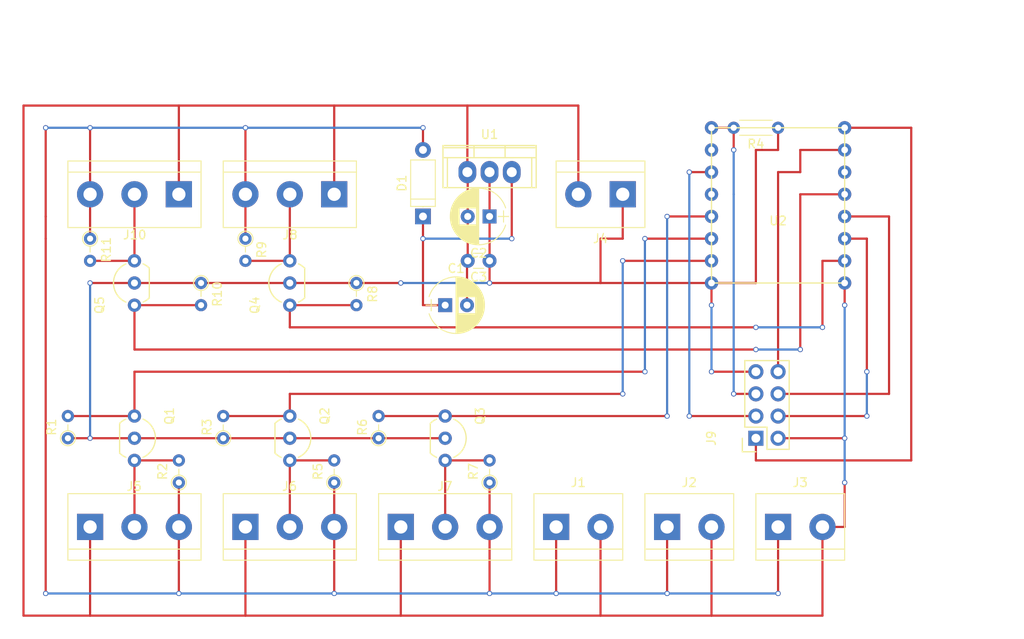
<source format=kicad_pcb>
(kicad_pcb (version 4) (host pcbnew 4.0.5+dfsg1-4)

  (general
    (links 72)
    (no_connects 0)
    (area 93.879999 56.99 214.86 129.640001)
    (thickness 1.6)
    (drawings 6)
    (tracks 194)
    (zones 0)
    (modules 32)
    (nets 30)
  )

  (page A4)
  (title_block
    (title "TOP PCB")
    (date 2017-05-24)
    (company Retardigrades)
  )

  (layers
    (0 F.Cu signal)
    (31 B.Cu signal)
    (32 B.Adhes user)
    (33 F.Adhes user)
    (34 B.Paste user)
    (35 F.Paste user)
    (36 B.SilkS user)
    (37 F.SilkS user hide)
    (38 B.Mask user)
    (39 F.Mask user)
    (40 Dwgs.User user)
    (41 Cmts.User user)
    (42 Eco1.User user)
    (43 Eco2.User user)
    (44 Edge.Cuts user)
    (45 Margin user)
    (46 B.CrtYd user)
    (47 F.CrtYd user)
    (48 B.Fab user)
    (49 F.Fab user hide)
  )

  (setup
    (last_trace_width 0.25)
    (trace_clearance 0.2)
    (zone_clearance 0.508)
    (zone_45_only no)
    (trace_min 0.2)
    (segment_width 0.2)
    (edge_width 0.15)
    (via_size 0.6)
    (via_drill 0.4)
    (via_min_size 0.4)
    (via_min_drill 0.3)
    (uvia_size 0.3)
    (uvia_drill 0.1)
    (uvias_allowed no)
    (uvia_min_size 0.2)
    (uvia_min_drill 0.1)
    (pcb_text_width 0.3)
    (pcb_text_size 1.5 1.5)
    (mod_edge_width 0.15)
    (mod_text_size 1 1)
    (mod_text_width 0.15)
    (pad_size 1.524 1.524)
    (pad_drill 0.762)
    (pad_to_mask_clearance 0.2)
    (aux_axis_origin 0 0)
    (visible_elements FFFFFF7F)
    (pcbplotparams
      (layerselection 0x02030_80000001)
      (usegerberextensions false)
      (excludeedgelayer true)
      (linewidth 0.100000)
      (plotframeref false)
      (viasonmask false)
      (mode 1)
      (useauxorigin false)
      (hpglpennumber 1)
      (hpglpenspeed 20)
      (hpglpendiameter 15)
      (hpglpenoverlay 2)
      (psnegative false)
      (psa4output false)
      (plotreference true)
      (plotvalue true)
      (plotinvisibletext false)
      (padsonsilk false)
      (subtractmaskfromsilk false)
      (outputformat 1)
      (mirror false)
      (drillshape 0)
      (scaleselection 1)
      (outputdirectory /tmp))
  )

  (net 0 "")
  (net 1 "Net-(C1-Pad1)")
  (net 2 GND)
  (net 3 +3V3)
  (net 4 +5V)
  (net 5 "Net-(J5-Pad2)")
  (net 6 "Net-(J6-Pad2)")
  (net 7 "Net-(J7-Pad2)")
  (net 8 "Net-(J8-Pad2)")
  (net 9 TXD)
  (net 10 CHPD)
  (net 11 GPIO2)
  (net 12 RST)
  (net 13 GPIO0)
  (net 14 RXD)
  (net 15 "Net-(J10-Pad2)")
  (net 16 GPIO12)
  (net 17 GPIO13)
  (net 18 GPIO14)
  (net 19 GPIO15)
  (net 20 GPIO4)
  (net 21 "Net-(U2-Pad2)")
  (net 22 "Net-(U2-Pad4)")
  (net 23 "Net-(U2-Pad14)")
  (net 24 "Net-(U2-Pad17)")
  (net 25 "Net-(U2-Pad18)")
  (net 26 "Net-(U2-Pad19)")
  (net 27 "Net-(U2-Pad22)")
  (net 28 "Net-(U2-Pad21)")
  (net 29 "Net-(U2-Pad20)")

  (net_class Default "Dies ist die voreingestellte Netzklasse."
    (clearance 0.2)
    (trace_width 0.25)
    (via_dia 0.6)
    (via_drill 0.4)
    (uvia_dia 0.3)
    (uvia_drill 0.1)
    (add_net +3V3)
    (add_net +5V)
    (add_net CHPD)
    (add_net GND)
    (add_net GPIO0)
    (add_net GPIO12)
    (add_net GPIO13)
    (add_net GPIO14)
    (add_net GPIO15)
    (add_net GPIO2)
    (add_net GPIO4)
    (add_net "Net-(C1-Pad1)")
    (add_net "Net-(J10-Pad2)")
    (add_net "Net-(J5-Pad2)")
    (add_net "Net-(J6-Pad2)")
    (add_net "Net-(J7-Pad2)")
    (add_net "Net-(J8-Pad2)")
    (add_net "Net-(U2-Pad14)")
    (add_net "Net-(U2-Pad17)")
    (add_net "Net-(U2-Pad18)")
    (add_net "Net-(U2-Pad19)")
    (add_net "Net-(U2-Pad2)")
    (add_net "Net-(U2-Pad20)")
    (add_net "Net-(U2-Pad21)")
    (add_net "Net-(U2-Pad22)")
    (add_net "Net-(U2-Pad4)")
    (add_net RST)
    (add_net RXD)
    (add_net TXD)
  )

  (net_class power ""
    (clearance 0.2)
    (trace_width 0.5)
    (via_dia 1.2)
    (via_drill 0.8)
    (uvia_dia 0.3)
    (uvia_drill 0.1)
  )

  (module Capacitors_THT:CP_Radial_D6.3mm_P2.50mm (layer F.Cu) (tedit 5920C257) (tstamp 5924B3C7)
    (at 144.78 91.44)
    (descr "CP, Radial series, Radial, pin pitch=2.50mm, , diameter=6.3mm, Electrolytic Capacitor")
    (tags "CP Radial series Radial pin pitch 2.50mm  diameter 6.3mm Electrolytic Capacitor")
    (path /59250940)
    (fp_text reference C1 (at 1.25 -4.21) (layer F.SilkS)
      (effects (font (size 1 1) (thickness 0.15)))
    )
    (fp_text value 10µ (at 1.25 4.21) (layer F.Fab)
      (effects (font (size 1 1) (thickness 0.15)))
    )
    (fp_text user %R (at 1.1 0) (layer F.Fab)
      (effects (font (size 1 1) (thickness 0.15)))
    )
    (fp_line (start -2.2 0) (end -1 0) (layer F.Fab) (width 0.1))
    (fp_line (start -1.6 -0.65) (end -1.6 0.65) (layer F.Fab) (width 0.1))
    (fp_line (start 1.25 -3.2) (end 1.25 3.2) (layer F.SilkS) (width 0.12))
    (fp_line (start 1.29 -3.2) (end 1.29 3.2) (layer F.SilkS) (width 0.12))
    (fp_line (start 1.33 -3.2) (end 1.33 3.2) (layer F.SilkS) (width 0.12))
    (fp_line (start 1.37 -3.198) (end 1.37 3.198) (layer F.SilkS) (width 0.12))
    (fp_line (start 1.41 -3.197) (end 1.41 3.197) (layer F.SilkS) (width 0.12))
    (fp_line (start 1.45 -3.194) (end 1.45 3.194) (layer F.SilkS) (width 0.12))
    (fp_line (start 1.49 -3.192) (end 1.49 3.192) (layer F.SilkS) (width 0.12))
    (fp_line (start 1.53 -3.188) (end 1.53 -0.98) (layer F.SilkS) (width 0.12))
    (fp_line (start 1.53 0.98) (end 1.53 3.188) (layer F.SilkS) (width 0.12))
    (fp_line (start 1.57 -3.185) (end 1.57 -0.98) (layer F.SilkS) (width 0.12))
    (fp_line (start 1.57 0.98) (end 1.57 3.185) (layer F.SilkS) (width 0.12))
    (fp_line (start 1.61 -3.18) (end 1.61 -0.98) (layer F.SilkS) (width 0.12))
    (fp_line (start 1.61 0.98) (end 1.61 3.18) (layer F.SilkS) (width 0.12))
    (fp_line (start 1.65 -3.176) (end 1.65 -0.98) (layer F.SilkS) (width 0.12))
    (fp_line (start 1.65 0.98) (end 1.65 3.176) (layer F.SilkS) (width 0.12))
    (fp_line (start 1.69 -3.17) (end 1.69 -0.98) (layer F.SilkS) (width 0.12))
    (fp_line (start 1.69 0.98) (end 1.69 3.17) (layer F.SilkS) (width 0.12))
    (fp_line (start 1.73 -3.165) (end 1.73 -0.98) (layer F.SilkS) (width 0.12))
    (fp_line (start 1.73 0.98) (end 1.73 3.165) (layer F.SilkS) (width 0.12))
    (fp_line (start 1.77 -3.158) (end 1.77 -0.98) (layer F.SilkS) (width 0.12))
    (fp_line (start 1.77 0.98) (end 1.77 3.158) (layer F.SilkS) (width 0.12))
    (fp_line (start 1.81 -3.152) (end 1.81 -0.98) (layer F.SilkS) (width 0.12))
    (fp_line (start 1.81 0.98) (end 1.81 3.152) (layer F.SilkS) (width 0.12))
    (fp_line (start 1.85 -3.144) (end 1.85 -0.98) (layer F.SilkS) (width 0.12))
    (fp_line (start 1.85 0.98) (end 1.85 3.144) (layer F.SilkS) (width 0.12))
    (fp_line (start 1.89 -3.137) (end 1.89 -0.98) (layer F.SilkS) (width 0.12))
    (fp_line (start 1.89 0.98) (end 1.89 3.137) (layer F.SilkS) (width 0.12))
    (fp_line (start 1.93 -3.128) (end 1.93 -0.98) (layer F.SilkS) (width 0.12))
    (fp_line (start 1.93 0.98) (end 1.93 3.128) (layer F.SilkS) (width 0.12))
    (fp_line (start 1.971 -3.119) (end 1.971 -0.98) (layer F.SilkS) (width 0.12))
    (fp_line (start 1.971 0.98) (end 1.971 3.119) (layer F.SilkS) (width 0.12))
    (fp_line (start 2.011 -3.11) (end 2.011 -0.98) (layer F.SilkS) (width 0.12))
    (fp_line (start 2.011 0.98) (end 2.011 3.11) (layer F.SilkS) (width 0.12))
    (fp_line (start 2.051 -3.1) (end 2.051 -0.98) (layer F.SilkS) (width 0.12))
    (fp_line (start 2.051 0.98) (end 2.051 3.1) (layer F.SilkS) (width 0.12))
    (fp_line (start 2.091 -3.09) (end 2.091 -0.98) (layer F.SilkS) (width 0.12))
    (fp_line (start 2.091 0.98) (end 2.091 3.09) (layer F.SilkS) (width 0.12))
    (fp_line (start 2.131 -3.079) (end 2.131 -0.98) (layer F.SilkS) (width 0.12))
    (fp_line (start 2.131 0.98) (end 2.131 3.079) (layer F.SilkS) (width 0.12))
    (fp_line (start 2.171 -3.067) (end 2.171 -0.98) (layer F.SilkS) (width 0.12))
    (fp_line (start 2.171 0.98) (end 2.171 3.067) (layer F.SilkS) (width 0.12))
    (fp_line (start 2.211 -3.055) (end 2.211 -0.98) (layer F.SilkS) (width 0.12))
    (fp_line (start 2.211 0.98) (end 2.211 3.055) (layer F.SilkS) (width 0.12))
    (fp_line (start 2.251 -3.042) (end 2.251 -0.98) (layer F.SilkS) (width 0.12))
    (fp_line (start 2.251 0.98) (end 2.251 3.042) (layer F.SilkS) (width 0.12))
    (fp_line (start 2.291 -3.029) (end 2.291 -0.98) (layer F.SilkS) (width 0.12))
    (fp_line (start 2.291 0.98) (end 2.291 3.029) (layer F.SilkS) (width 0.12))
    (fp_line (start 2.331 -3.015) (end 2.331 -0.98) (layer F.SilkS) (width 0.12))
    (fp_line (start 2.331 0.98) (end 2.331 3.015) (layer F.SilkS) (width 0.12))
    (fp_line (start 2.371 -3.001) (end 2.371 -0.98) (layer F.SilkS) (width 0.12))
    (fp_line (start 2.371 0.98) (end 2.371 3.001) (layer F.SilkS) (width 0.12))
    (fp_line (start 2.411 -2.986) (end 2.411 -0.98) (layer F.SilkS) (width 0.12))
    (fp_line (start 2.411 0.98) (end 2.411 2.986) (layer F.SilkS) (width 0.12))
    (fp_line (start 2.451 -2.97) (end 2.451 -0.98) (layer F.SilkS) (width 0.12))
    (fp_line (start 2.451 0.98) (end 2.451 2.97) (layer F.SilkS) (width 0.12))
    (fp_line (start 2.491 -2.954) (end 2.491 -0.98) (layer F.SilkS) (width 0.12))
    (fp_line (start 2.491 0.98) (end 2.491 2.954) (layer F.SilkS) (width 0.12))
    (fp_line (start 2.531 -2.937) (end 2.531 -0.98) (layer F.SilkS) (width 0.12))
    (fp_line (start 2.531 0.98) (end 2.531 2.937) (layer F.SilkS) (width 0.12))
    (fp_line (start 2.571 -2.919) (end 2.571 -0.98) (layer F.SilkS) (width 0.12))
    (fp_line (start 2.571 0.98) (end 2.571 2.919) (layer F.SilkS) (width 0.12))
    (fp_line (start 2.611 -2.901) (end 2.611 -0.98) (layer F.SilkS) (width 0.12))
    (fp_line (start 2.611 0.98) (end 2.611 2.901) (layer F.SilkS) (width 0.12))
    (fp_line (start 2.651 -2.882) (end 2.651 -0.98) (layer F.SilkS) (width 0.12))
    (fp_line (start 2.651 0.98) (end 2.651 2.882) (layer F.SilkS) (width 0.12))
    (fp_line (start 2.691 -2.863) (end 2.691 -0.98) (layer F.SilkS) (width 0.12))
    (fp_line (start 2.691 0.98) (end 2.691 2.863) (layer F.SilkS) (width 0.12))
    (fp_line (start 2.731 -2.843) (end 2.731 -0.98) (layer F.SilkS) (width 0.12))
    (fp_line (start 2.731 0.98) (end 2.731 2.843) (layer F.SilkS) (width 0.12))
    (fp_line (start 2.771 -2.822) (end 2.771 -0.98) (layer F.SilkS) (width 0.12))
    (fp_line (start 2.771 0.98) (end 2.771 2.822) (layer F.SilkS) (width 0.12))
    (fp_line (start 2.811 -2.8) (end 2.811 -0.98) (layer F.SilkS) (width 0.12))
    (fp_line (start 2.811 0.98) (end 2.811 2.8) (layer F.SilkS) (width 0.12))
    (fp_line (start 2.851 -2.778) (end 2.851 -0.98) (layer F.SilkS) (width 0.12))
    (fp_line (start 2.851 0.98) (end 2.851 2.778) (layer F.SilkS) (width 0.12))
    (fp_line (start 2.891 -2.755) (end 2.891 -0.98) (layer F.SilkS) (width 0.12))
    (fp_line (start 2.891 0.98) (end 2.891 2.755) (layer F.SilkS) (width 0.12))
    (fp_line (start 2.931 -2.731) (end 2.931 -0.98) (layer F.SilkS) (width 0.12))
    (fp_line (start 2.931 0.98) (end 2.931 2.731) (layer F.SilkS) (width 0.12))
    (fp_line (start 2.971 -2.706) (end 2.971 -0.98) (layer F.SilkS) (width 0.12))
    (fp_line (start 2.971 0.98) (end 2.971 2.706) (layer F.SilkS) (width 0.12))
    (fp_line (start 3.011 -2.681) (end 3.011 -0.98) (layer F.SilkS) (width 0.12))
    (fp_line (start 3.011 0.98) (end 3.011 2.681) (layer F.SilkS) (width 0.12))
    (fp_line (start 3.051 -2.654) (end 3.051 -0.98) (layer F.SilkS) (width 0.12))
    (fp_line (start 3.051 0.98) (end 3.051 2.654) (layer F.SilkS) (width 0.12))
    (fp_line (start 3.091 -2.627) (end 3.091 -0.98) (layer F.SilkS) (width 0.12))
    (fp_line (start 3.091 0.98) (end 3.091 2.627) (layer F.SilkS) (width 0.12))
    (fp_line (start 3.131 -2.599) (end 3.131 -0.98) (layer F.SilkS) (width 0.12))
    (fp_line (start 3.131 0.98) (end 3.131 2.599) (layer F.SilkS) (width 0.12))
    (fp_line (start 3.171 -2.57) (end 3.171 -0.98) (layer F.SilkS) (width 0.12))
    (fp_line (start 3.171 0.98) (end 3.171 2.57) (layer F.SilkS) (width 0.12))
    (fp_line (start 3.211 -2.54) (end 3.211 -0.98) (layer F.SilkS) (width 0.12))
    (fp_line (start 3.211 0.98) (end 3.211 2.54) (layer F.SilkS) (width 0.12))
    (fp_line (start 3.251 -2.51) (end 3.251 -0.98) (layer F.SilkS) (width 0.12))
    (fp_line (start 3.251 0.98) (end 3.251 2.51) (layer F.SilkS) (width 0.12))
    (fp_line (start 3.291 -2.478) (end 3.291 -0.98) (layer F.SilkS) (width 0.12))
    (fp_line (start 3.291 0.98) (end 3.291 2.478) (layer F.SilkS) (width 0.12))
    (fp_line (start 3.331 -2.445) (end 3.331 -0.98) (layer F.SilkS) (width 0.12))
    (fp_line (start 3.331 0.98) (end 3.331 2.445) (layer F.SilkS) (width 0.12))
    (fp_line (start 3.371 -2.411) (end 3.371 -0.98) (layer F.SilkS) (width 0.12))
    (fp_line (start 3.371 0.98) (end 3.371 2.411) (layer F.SilkS) (width 0.12))
    (fp_line (start 3.411 -2.375) (end 3.411 -0.98) (layer F.SilkS) (width 0.12))
    (fp_line (start 3.411 0.98) (end 3.411 2.375) (layer F.SilkS) (width 0.12))
    (fp_line (start 3.451 -2.339) (end 3.451 -0.98) (layer F.SilkS) (width 0.12))
    (fp_line (start 3.451 0.98) (end 3.451 2.339) (layer F.SilkS) (width 0.12))
    (fp_line (start 3.491 -2.301) (end 3.491 2.301) (layer F.SilkS) (width 0.12))
    (fp_line (start 3.531 -2.262) (end 3.531 2.262) (layer F.SilkS) (width 0.12))
    (fp_line (start 3.571 -2.222) (end 3.571 2.222) (layer F.SilkS) (width 0.12))
    (fp_line (start 3.611 -2.18) (end 3.611 2.18) (layer F.SilkS) (width 0.12))
    (fp_line (start 3.651 -2.137) (end 3.651 2.137) (layer F.SilkS) (width 0.12))
    (fp_line (start 3.691 -2.092) (end 3.691 2.092) (layer F.SilkS) (width 0.12))
    (fp_line (start 3.731 -2.045) (end 3.731 2.045) (layer F.SilkS) (width 0.12))
    (fp_line (start 3.771 -1.997) (end 3.771 1.997) (layer F.SilkS) (width 0.12))
    (fp_line (start 3.811 -1.946) (end 3.811 1.946) (layer F.SilkS) (width 0.12))
    (fp_line (start 3.851 -1.894) (end 3.851 1.894) (layer F.SilkS) (width 0.12))
    (fp_line (start 3.891 -1.839) (end 3.891 1.839) (layer F.SilkS) (width 0.12))
    (fp_line (start 3.931 -1.781) (end 3.931 1.781) (layer F.SilkS) (width 0.12))
    (fp_line (start 3.971 -1.721) (end 3.971 1.721) (layer F.SilkS) (width 0.12))
    (fp_line (start 4.011 -1.658) (end 4.011 1.658) (layer F.SilkS) (width 0.12))
    (fp_line (start 4.051 -1.591) (end 4.051 1.591) (layer F.SilkS) (width 0.12))
    (fp_line (start 4.091 -1.52) (end 4.091 1.52) (layer F.SilkS) (width 0.12))
    (fp_line (start 4.131 -1.445) (end 4.131 1.445) (layer F.SilkS) (width 0.12))
    (fp_line (start 4.171 -1.364) (end 4.171 1.364) (layer F.SilkS) (width 0.12))
    (fp_line (start 4.211 -1.278) (end 4.211 1.278) (layer F.SilkS) (width 0.12))
    (fp_line (start 4.251 -1.184) (end 4.251 1.184) (layer F.SilkS) (width 0.12))
    (fp_line (start 4.291 -1.081) (end 4.291 1.081) (layer F.SilkS) (width 0.12))
    (fp_line (start 4.331 -0.966) (end 4.331 0.966) (layer F.SilkS) (width 0.12))
    (fp_line (start 4.371 -0.834) (end 4.371 0.834) (layer F.SilkS) (width 0.12))
    (fp_line (start 4.411 -0.676) (end 4.411 0.676) (layer F.SilkS) (width 0.12))
    (fp_line (start 4.451 -0.468) (end 4.451 0.468) (layer F.SilkS) (width 0.12))
    (fp_line (start -2.2 0) (end -1 0) (layer F.SilkS) (width 0.12))
    (fp_line (start -1.6 -0.65) (end -1.6 0.65) (layer F.SilkS) (width 0.12))
    (fp_line (start -2.25 -3.5) (end -2.25 3.5) (layer F.CrtYd) (width 0.05))
    (fp_line (start -2.25 3.5) (end 4.75 3.5) (layer F.CrtYd) (width 0.05))
    (fp_line (start 4.75 3.5) (end 4.75 -3.5) (layer F.CrtYd) (width 0.05))
    (fp_line (start 4.75 -3.5) (end -2.25 -3.5) (layer F.CrtYd) (width 0.05))
    (fp_circle (center 1.25 0) (end 4.4 0) (layer F.Fab) (width 0.1))
    (fp_arc (start 1.25 0) (end -1.838236 -0.98) (angle 144.8) (layer F.SilkS) (width 0.12))
    (fp_arc (start 1.25 0) (end -1.838236 0.98) (angle -144.8) (layer F.SilkS) (width 0.12))
    (fp_arc (start 1.25 0) (end 4.338236 -0.98) (angle 35.2) (layer F.SilkS) (width 0.12))
    (pad 1 thru_hole rect (at 0 0) (size 1.6 1.6) (drill 0.8) (layers *.Cu *.Mask)
      (net 1 "Net-(C1-Pad1)"))
    (pad 2 thru_hole circle (at 2.5 0) (size 1.6 1.6) (drill 0.8) (layers *.Cu *.Mask)
      (net 2 GND))
    (model ${KISYS3DMOD}/Capacitors_THT.3dshapes/CP_Radial_D6.3mm_P2.50mm.wrl
      (at (xyz 0 0 0))
      (scale (xyz 0.393701 0.393701 0.393701))
      (rotate (xyz 0 0 0))
    )
  )

  (module Capacitors_THT:CP_Radial_D6.3mm_P2.50mm (layer F.Cu) (tedit 5920C257) (tstamp 5924B3CD)
    (at 149.86 81.28 180)
    (descr "CP, Radial series, Radial, pin pitch=2.50mm, , diameter=6.3mm, Electrolytic Capacitor")
    (tags "CP Radial series Radial pin pitch 2.50mm  diameter 6.3mm Electrolytic Capacitor")
    (path /59250A1B)
    (fp_text reference C2 (at 1.25 -4.21 180) (layer F.SilkS)
      (effects (font (size 1 1) (thickness 0.15)))
    )
    (fp_text value 10µ (at 1.25 4.21 180) (layer F.Fab)
      (effects (font (size 1 1) (thickness 0.15)))
    )
    (fp_text user %R (at 1.1 0 180) (layer F.Fab)
      (effects (font (size 1 1) (thickness 0.15)))
    )
    (fp_line (start -2.2 0) (end -1 0) (layer F.Fab) (width 0.1))
    (fp_line (start -1.6 -0.65) (end -1.6 0.65) (layer F.Fab) (width 0.1))
    (fp_line (start 1.25 -3.2) (end 1.25 3.2) (layer F.SilkS) (width 0.12))
    (fp_line (start 1.29 -3.2) (end 1.29 3.2) (layer F.SilkS) (width 0.12))
    (fp_line (start 1.33 -3.2) (end 1.33 3.2) (layer F.SilkS) (width 0.12))
    (fp_line (start 1.37 -3.198) (end 1.37 3.198) (layer F.SilkS) (width 0.12))
    (fp_line (start 1.41 -3.197) (end 1.41 3.197) (layer F.SilkS) (width 0.12))
    (fp_line (start 1.45 -3.194) (end 1.45 3.194) (layer F.SilkS) (width 0.12))
    (fp_line (start 1.49 -3.192) (end 1.49 3.192) (layer F.SilkS) (width 0.12))
    (fp_line (start 1.53 -3.188) (end 1.53 -0.98) (layer F.SilkS) (width 0.12))
    (fp_line (start 1.53 0.98) (end 1.53 3.188) (layer F.SilkS) (width 0.12))
    (fp_line (start 1.57 -3.185) (end 1.57 -0.98) (layer F.SilkS) (width 0.12))
    (fp_line (start 1.57 0.98) (end 1.57 3.185) (layer F.SilkS) (width 0.12))
    (fp_line (start 1.61 -3.18) (end 1.61 -0.98) (layer F.SilkS) (width 0.12))
    (fp_line (start 1.61 0.98) (end 1.61 3.18) (layer F.SilkS) (width 0.12))
    (fp_line (start 1.65 -3.176) (end 1.65 -0.98) (layer F.SilkS) (width 0.12))
    (fp_line (start 1.65 0.98) (end 1.65 3.176) (layer F.SilkS) (width 0.12))
    (fp_line (start 1.69 -3.17) (end 1.69 -0.98) (layer F.SilkS) (width 0.12))
    (fp_line (start 1.69 0.98) (end 1.69 3.17) (layer F.SilkS) (width 0.12))
    (fp_line (start 1.73 -3.165) (end 1.73 -0.98) (layer F.SilkS) (width 0.12))
    (fp_line (start 1.73 0.98) (end 1.73 3.165) (layer F.SilkS) (width 0.12))
    (fp_line (start 1.77 -3.158) (end 1.77 -0.98) (layer F.SilkS) (width 0.12))
    (fp_line (start 1.77 0.98) (end 1.77 3.158) (layer F.SilkS) (width 0.12))
    (fp_line (start 1.81 -3.152) (end 1.81 -0.98) (layer F.SilkS) (width 0.12))
    (fp_line (start 1.81 0.98) (end 1.81 3.152) (layer F.SilkS) (width 0.12))
    (fp_line (start 1.85 -3.144) (end 1.85 -0.98) (layer F.SilkS) (width 0.12))
    (fp_line (start 1.85 0.98) (end 1.85 3.144) (layer F.SilkS) (width 0.12))
    (fp_line (start 1.89 -3.137) (end 1.89 -0.98) (layer F.SilkS) (width 0.12))
    (fp_line (start 1.89 0.98) (end 1.89 3.137) (layer F.SilkS) (width 0.12))
    (fp_line (start 1.93 -3.128) (end 1.93 -0.98) (layer F.SilkS) (width 0.12))
    (fp_line (start 1.93 0.98) (end 1.93 3.128) (layer F.SilkS) (width 0.12))
    (fp_line (start 1.971 -3.119) (end 1.971 -0.98) (layer F.SilkS) (width 0.12))
    (fp_line (start 1.971 0.98) (end 1.971 3.119) (layer F.SilkS) (width 0.12))
    (fp_line (start 2.011 -3.11) (end 2.011 -0.98) (layer F.SilkS) (width 0.12))
    (fp_line (start 2.011 0.98) (end 2.011 3.11) (layer F.SilkS) (width 0.12))
    (fp_line (start 2.051 -3.1) (end 2.051 -0.98) (layer F.SilkS) (width 0.12))
    (fp_line (start 2.051 0.98) (end 2.051 3.1) (layer F.SilkS) (width 0.12))
    (fp_line (start 2.091 -3.09) (end 2.091 -0.98) (layer F.SilkS) (width 0.12))
    (fp_line (start 2.091 0.98) (end 2.091 3.09) (layer F.SilkS) (width 0.12))
    (fp_line (start 2.131 -3.079) (end 2.131 -0.98) (layer F.SilkS) (width 0.12))
    (fp_line (start 2.131 0.98) (end 2.131 3.079) (layer F.SilkS) (width 0.12))
    (fp_line (start 2.171 -3.067) (end 2.171 -0.98) (layer F.SilkS) (width 0.12))
    (fp_line (start 2.171 0.98) (end 2.171 3.067) (layer F.SilkS) (width 0.12))
    (fp_line (start 2.211 -3.055) (end 2.211 -0.98) (layer F.SilkS) (width 0.12))
    (fp_line (start 2.211 0.98) (end 2.211 3.055) (layer F.SilkS) (width 0.12))
    (fp_line (start 2.251 -3.042) (end 2.251 -0.98) (layer F.SilkS) (width 0.12))
    (fp_line (start 2.251 0.98) (end 2.251 3.042) (layer F.SilkS) (width 0.12))
    (fp_line (start 2.291 -3.029) (end 2.291 -0.98) (layer F.SilkS) (width 0.12))
    (fp_line (start 2.291 0.98) (end 2.291 3.029) (layer F.SilkS) (width 0.12))
    (fp_line (start 2.331 -3.015) (end 2.331 -0.98) (layer F.SilkS) (width 0.12))
    (fp_line (start 2.331 0.98) (end 2.331 3.015) (layer F.SilkS) (width 0.12))
    (fp_line (start 2.371 -3.001) (end 2.371 -0.98) (layer F.SilkS) (width 0.12))
    (fp_line (start 2.371 0.98) (end 2.371 3.001) (layer F.SilkS) (width 0.12))
    (fp_line (start 2.411 -2.986) (end 2.411 -0.98) (layer F.SilkS) (width 0.12))
    (fp_line (start 2.411 0.98) (end 2.411 2.986) (layer F.SilkS) (width 0.12))
    (fp_line (start 2.451 -2.97) (end 2.451 -0.98) (layer F.SilkS) (width 0.12))
    (fp_line (start 2.451 0.98) (end 2.451 2.97) (layer F.SilkS) (width 0.12))
    (fp_line (start 2.491 -2.954) (end 2.491 -0.98) (layer F.SilkS) (width 0.12))
    (fp_line (start 2.491 0.98) (end 2.491 2.954) (layer F.SilkS) (width 0.12))
    (fp_line (start 2.531 -2.937) (end 2.531 -0.98) (layer F.SilkS) (width 0.12))
    (fp_line (start 2.531 0.98) (end 2.531 2.937) (layer F.SilkS) (width 0.12))
    (fp_line (start 2.571 -2.919) (end 2.571 -0.98) (layer F.SilkS) (width 0.12))
    (fp_line (start 2.571 0.98) (end 2.571 2.919) (layer F.SilkS) (width 0.12))
    (fp_line (start 2.611 -2.901) (end 2.611 -0.98) (layer F.SilkS) (width 0.12))
    (fp_line (start 2.611 0.98) (end 2.611 2.901) (layer F.SilkS) (width 0.12))
    (fp_line (start 2.651 -2.882) (end 2.651 -0.98) (layer F.SilkS) (width 0.12))
    (fp_line (start 2.651 0.98) (end 2.651 2.882) (layer F.SilkS) (width 0.12))
    (fp_line (start 2.691 -2.863) (end 2.691 -0.98) (layer F.SilkS) (width 0.12))
    (fp_line (start 2.691 0.98) (end 2.691 2.863) (layer F.SilkS) (width 0.12))
    (fp_line (start 2.731 -2.843) (end 2.731 -0.98) (layer F.SilkS) (width 0.12))
    (fp_line (start 2.731 0.98) (end 2.731 2.843) (layer F.SilkS) (width 0.12))
    (fp_line (start 2.771 -2.822) (end 2.771 -0.98) (layer F.SilkS) (width 0.12))
    (fp_line (start 2.771 0.98) (end 2.771 2.822) (layer F.SilkS) (width 0.12))
    (fp_line (start 2.811 -2.8) (end 2.811 -0.98) (layer F.SilkS) (width 0.12))
    (fp_line (start 2.811 0.98) (end 2.811 2.8) (layer F.SilkS) (width 0.12))
    (fp_line (start 2.851 -2.778) (end 2.851 -0.98) (layer F.SilkS) (width 0.12))
    (fp_line (start 2.851 0.98) (end 2.851 2.778) (layer F.SilkS) (width 0.12))
    (fp_line (start 2.891 -2.755) (end 2.891 -0.98) (layer F.SilkS) (width 0.12))
    (fp_line (start 2.891 0.98) (end 2.891 2.755) (layer F.SilkS) (width 0.12))
    (fp_line (start 2.931 -2.731) (end 2.931 -0.98) (layer F.SilkS) (width 0.12))
    (fp_line (start 2.931 0.98) (end 2.931 2.731) (layer F.SilkS) (width 0.12))
    (fp_line (start 2.971 -2.706) (end 2.971 -0.98) (layer F.SilkS) (width 0.12))
    (fp_line (start 2.971 0.98) (end 2.971 2.706) (layer F.SilkS) (width 0.12))
    (fp_line (start 3.011 -2.681) (end 3.011 -0.98) (layer F.SilkS) (width 0.12))
    (fp_line (start 3.011 0.98) (end 3.011 2.681) (layer F.SilkS) (width 0.12))
    (fp_line (start 3.051 -2.654) (end 3.051 -0.98) (layer F.SilkS) (width 0.12))
    (fp_line (start 3.051 0.98) (end 3.051 2.654) (layer F.SilkS) (width 0.12))
    (fp_line (start 3.091 -2.627) (end 3.091 -0.98) (layer F.SilkS) (width 0.12))
    (fp_line (start 3.091 0.98) (end 3.091 2.627) (layer F.SilkS) (width 0.12))
    (fp_line (start 3.131 -2.599) (end 3.131 -0.98) (layer F.SilkS) (width 0.12))
    (fp_line (start 3.131 0.98) (end 3.131 2.599) (layer F.SilkS) (width 0.12))
    (fp_line (start 3.171 -2.57) (end 3.171 -0.98) (layer F.SilkS) (width 0.12))
    (fp_line (start 3.171 0.98) (end 3.171 2.57) (layer F.SilkS) (width 0.12))
    (fp_line (start 3.211 -2.54) (end 3.211 -0.98) (layer F.SilkS) (width 0.12))
    (fp_line (start 3.211 0.98) (end 3.211 2.54) (layer F.SilkS) (width 0.12))
    (fp_line (start 3.251 -2.51) (end 3.251 -0.98) (layer F.SilkS) (width 0.12))
    (fp_line (start 3.251 0.98) (end 3.251 2.51) (layer F.SilkS) (width 0.12))
    (fp_line (start 3.291 -2.478) (end 3.291 -0.98) (layer F.SilkS) (width 0.12))
    (fp_line (start 3.291 0.98) (end 3.291 2.478) (layer F.SilkS) (width 0.12))
    (fp_line (start 3.331 -2.445) (end 3.331 -0.98) (layer F.SilkS) (width 0.12))
    (fp_line (start 3.331 0.98) (end 3.331 2.445) (layer F.SilkS) (width 0.12))
    (fp_line (start 3.371 -2.411) (end 3.371 -0.98) (layer F.SilkS) (width 0.12))
    (fp_line (start 3.371 0.98) (end 3.371 2.411) (layer F.SilkS) (width 0.12))
    (fp_line (start 3.411 -2.375) (end 3.411 -0.98) (layer F.SilkS) (width 0.12))
    (fp_line (start 3.411 0.98) (end 3.411 2.375) (layer F.SilkS) (width 0.12))
    (fp_line (start 3.451 -2.339) (end 3.451 -0.98) (layer F.SilkS) (width 0.12))
    (fp_line (start 3.451 0.98) (end 3.451 2.339) (layer F.SilkS) (width 0.12))
    (fp_line (start 3.491 -2.301) (end 3.491 2.301) (layer F.SilkS) (width 0.12))
    (fp_line (start 3.531 -2.262) (end 3.531 2.262) (layer F.SilkS) (width 0.12))
    (fp_line (start 3.571 -2.222) (end 3.571 2.222) (layer F.SilkS) (width 0.12))
    (fp_line (start 3.611 -2.18) (end 3.611 2.18) (layer F.SilkS) (width 0.12))
    (fp_line (start 3.651 -2.137) (end 3.651 2.137) (layer F.SilkS) (width 0.12))
    (fp_line (start 3.691 -2.092) (end 3.691 2.092) (layer F.SilkS) (width 0.12))
    (fp_line (start 3.731 -2.045) (end 3.731 2.045) (layer F.SilkS) (width 0.12))
    (fp_line (start 3.771 -1.997) (end 3.771 1.997) (layer F.SilkS) (width 0.12))
    (fp_line (start 3.811 -1.946) (end 3.811 1.946) (layer F.SilkS) (width 0.12))
    (fp_line (start 3.851 -1.894) (end 3.851 1.894) (layer F.SilkS) (width 0.12))
    (fp_line (start 3.891 -1.839) (end 3.891 1.839) (layer F.SilkS) (width 0.12))
    (fp_line (start 3.931 -1.781) (end 3.931 1.781) (layer F.SilkS) (width 0.12))
    (fp_line (start 3.971 -1.721) (end 3.971 1.721) (layer F.SilkS) (width 0.12))
    (fp_line (start 4.011 -1.658) (end 4.011 1.658) (layer F.SilkS) (width 0.12))
    (fp_line (start 4.051 -1.591) (end 4.051 1.591) (layer F.SilkS) (width 0.12))
    (fp_line (start 4.091 -1.52) (end 4.091 1.52) (layer F.SilkS) (width 0.12))
    (fp_line (start 4.131 -1.445) (end 4.131 1.445) (layer F.SilkS) (width 0.12))
    (fp_line (start 4.171 -1.364) (end 4.171 1.364) (layer F.SilkS) (width 0.12))
    (fp_line (start 4.211 -1.278) (end 4.211 1.278) (layer F.SilkS) (width 0.12))
    (fp_line (start 4.251 -1.184) (end 4.251 1.184) (layer F.SilkS) (width 0.12))
    (fp_line (start 4.291 -1.081) (end 4.291 1.081) (layer F.SilkS) (width 0.12))
    (fp_line (start 4.331 -0.966) (end 4.331 0.966) (layer F.SilkS) (width 0.12))
    (fp_line (start 4.371 -0.834) (end 4.371 0.834) (layer F.SilkS) (width 0.12))
    (fp_line (start 4.411 -0.676) (end 4.411 0.676) (layer F.SilkS) (width 0.12))
    (fp_line (start 4.451 -0.468) (end 4.451 0.468) (layer F.SilkS) (width 0.12))
    (fp_line (start -2.2 0) (end -1 0) (layer F.SilkS) (width 0.12))
    (fp_line (start -1.6 -0.65) (end -1.6 0.65) (layer F.SilkS) (width 0.12))
    (fp_line (start -2.25 -3.5) (end -2.25 3.5) (layer F.CrtYd) (width 0.05))
    (fp_line (start -2.25 3.5) (end 4.75 3.5) (layer F.CrtYd) (width 0.05))
    (fp_line (start 4.75 3.5) (end 4.75 -3.5) (layer F.CrtYd) (width 0.05))
    (fp_line (start 4.75 -3.5) (end -2.25 -3.5) (layer F.CrtYd) (width 0.05))
    (fp_circle (center 1.25 0) (end 4.4 0) (layer F.Fab) (width 0.1))
    (fp_arc (start 1.25 0) (end -1.838236 -0.98) (angle 144.8) (layer F.SilkS) (width 0.12))
    (fp_arc (start 1.25 0) (end -1.838236 0.98) (angle -144.8) (layer F.SilkS) (width 0.12))
    (fp_arc (start 1.25 0) (end 4.338236 -0.98) (angle 35.2) (layer F.SilkS) (width 0.12))
    (pad 1 thru_hole rect (at 0 0 180) (size 1.6 1.6) (drill 0.8) (layers *.Cu *.Mask)
      (net 3 +3V3))
    (pad 2 thru_hole circle (at 2.5 0 180) (size 1.6 1.6) (drill 0.8) (layers *.Cu *.Mask)
      (net 2 GND))
    (model ${KISYS3DMOD}/Capacitors_THT.3dshapes/CP_Radial_D6.3mm_P2.50mm.wrl
      (at (xyz 0 0 0))
      (scale (xyz 0.393701 0.393701 0.393701))
      (rotate (xyz 0 0 0))
    )
  )

  (module Diodes_THT:D_A-405_P7.62mm_Horizontal (layer F.Cu) (tedit 5921392E) (tstamp 5924B3D3)
    (at 142.24 81.28 90)
    (descr "D, A-405 series, Axial, Horizontal, pin pitch=7.62mm, , length*diameter=5.2*2.7mm^2, , http://www.diodes.com/_files/packages/A-405.pdf")
    (tags "D A-405 series Axial Horizontal pin pitch 7.62mm  length 5.2mm diameter 2.7mm")
    (path /59250E81)
    (fp_text reference D1 (at 3.81 -2.41 90) (layer F.SilkS)
      (effects (font (size 1 1) (thickness 0.15)))
    )
    (fp_text value D (at 3.81 2.41 90) (layer F.Fab)
      (effects (font (size 1 1) (thickness 0.15)))
    )
    (fp_text user %R (at 3.81 0 90) (layer F.Fab)
      (effects (font (size 1 1) (thickness 0.15)))
    )
    (fp_line (start 1.21 -1.35) (end 1.21 1.35) (layer F.Fab) (width 0.1))
    (fp_line (start 1.21 1.35) (end 6.41 1.35) (layer F.Fab) (width 0.1))
    (fp_line (start 6.41 1.35) (end 6.41 -1.35) (layer F.Fab) (width 0.1))
    (fp_line (start 6.41 -1.35) (end 1.21 -1.35) (layer F.Fab) (width 0.1))
    (fp_line (start 0 0) (end 1.21 0) (layer F.Fab) (width 0.1))
    (fp_line (start 7.62 0) (end 6.41 0) (layer F.Fab) (width 0.1))
    (fp_line (start 1.99 -1.35) (end 1.99 1.35) (layer F.Fab) (width 0.1))
    (fp_line (start 1.15 -1.41) (end 1.15 1.41) (layer F.SilkS) (width 0.12))
    (fp_line (start 1.15 1.41) (end 6.47 1.41) (layer F.SilkS) (width 0.12))
    (fp_line (start 6.47 1.41) (end 6.47 -1.41) (layer F.SilkS) (width 0.12))
    (fp_line (start 6.47 -1.41) (end 1.15 -1.41) (layer F.SilkS) (width 0.12))
    (fp_line (start 1.08 0) (end 1.15 0) (layer F.SilkS) (width 0.12))
    (fp_line (start 6.54 0) (end 6.47 0) (layer F.SilkS) (width 0.12))
    (fp_line (start 1.99 -1.41) (end 1.99 1.41) (layer F.SilkS) (width 0.12))
    (fp_line (start -1.15 -1.7) (end -1.15 1.7) (layer F.CrtYd) (width 0.05))
    (fp_line (start -1.15 1.7) (end 8.8 1.7) (layer F.CrtYd) (width 0.05))
    (fp_line (start 8.8 1.7) (end 8.8 -1.7) (layer F.CrtYd) (width 0.05))
    (fp_line (start 8.8 -1.7) (end -1.15 -1.7) (layer F.CrtYd) (width 0.05))
    (pad 1 thru_hole rect (at 0 0 90) (size 1.8 1.8) (drill 0.9) (layers *.Cu *.Mask)
      (net 1 "Net-(C1-Pad1)"))
    (pad 2 thru_hole oval (at 7.62 0 90) (size 1.8 1.8) (drill 0.9) (layers *.Cu *.Mask)
      (net 4 +5V))
    (model ${KISYS3DMOD}/Diodes_THT.3dshapes/D_A-405_P7.62mm_Horizontal.wrl
      (at (xyz 0 0 0))
      (scale (xyz 0.393701 0.393701 0.393701))
      (rotate (xyz 0 0 0))
    )
  )

  (module Connectors:bornier2 (layer F.Cu) (tedit 587FD522) (tstamp 5924B3D9)
    (at 157.48 116.84)
    (descr "Bornier d'alimentation 2 pins")
    (tags DEV)
    (path /5924877C)
    (fp_text reference J1 (at 2.54 -5.08) (layer F.SilkS)
      (effects (font (size 1 1) (thickness 0.15)))
    )
    (fp_text value Screw_Terminal_1x02 (at 2.54 5.08) (layer F.Fab)
      (effects (font (size 1 1) (thickness 0.15)))
    )
    (fp_line (start -2.41 2.55) (end 7.49 2.55) (layer F.Fab) (width 0.1))
    (fp_line (start -2.46 -3.75) (end -2.46 3.75) (layer F.Fab) (width 0.1))
    (fp_line (start -2.46 3.75) (end 7.54 3.75) (layer F.Fab) (width 0.1))
    (fp_line (start 7.54 3.75) (end 7.54 -3.75) (layer F.Fab) (width 0.1))
    (fp_line (start 7.54 -3.75) (end -2.46 -3.75) (layer F.Fab) (width 0.1))
    (fp_line (start 7.62 2.54) (end -2.54 2.54) (layer F.SilkS) (width 0.12))
    (fp_line (start 7.62 3.81) (end 7.62 -3.81) (layer F.SilkS) (width 0.12))
    (fp_line (start 7.62 -3.81) (end -2.54 -3.81) (layer F.SilkS) (width 0.12))
    (fp_line (start -2.54 -3.81) (end -2.54 3.81) (layer F.SilkS) (width 0.12))
    (fp_line (start -2.54 3.81) (end 7.62 3.81) (layer F.SilkS) (width 0.12))
    (fp_line (start -2.71 -4) (end 7.79 -4) (layer F.CrtYd) (width 0.05))
    (fp_line (start -2.71 -4) (end -2.71 4) (layer F.CrtYd) (width 0.05))
    (fp_line (start 7.79 4) (end 7.79 -4) (layer F.CrtYd) (width 0.05))
    (fp_line (start 7.79 4) (end -2.71 4) (layer F.CrtYd) (width 0.05))
    (pad 1 thru_hole rect (at 0 0) (size 3 3) (drill 1.52) (layers *.Cu *.Mask)
      (net 4 +5V))
    (pad 2 thru_hole circle (at 5.08 0) (size 3 3) (drill 1.52) (layers *.Cu *.Mask)
      (net 2 GND))
    (model Connectors.3dshapes/bornier2.wrl
      (at (xyz 0 0 0))
      (scale (xyz 1 1 1))
      (rotate (xyz 0 0 0))
    )
  )

  (module Connectors:bornier2 (layer F.Cu) (tedit 587FD522) (tstamp 5924B3DF)
    (at 170.18 116.84)
    (descr "Bornier d'alimentation 2 pins")
    (tags DEV)
    (path /5924ABD2)
    (fp_text reference J2 (at 2.54 -5.08) (layer F.SilkS)
      (effects (font (size 1 1) (thickness 0.15)))
    )
    (fp_text value Screw_Terminal_1x02 (at 2.54 5.08) (layer F.Fab)
      (effects (font (size 1 1) (thickness 0.15)))
    )
    (fp_line (start -2.41 2.55) (end 7.49 2.55) (layer F.Fab) (width 0.1))
    (fp_line (start -2.46 -3.75) (end -2.46 3.75) (layer F.Fab) (width 0.1))
    (fp_line (start -2.46 3.75) (end 7.54 3.75) (layer F.Fab) (width 0.1))
    (fp_line (start 7.54 3.75) (end 7.54 -3.75) (layer F.Fab) (width 0.1))
    (fp_line (start 7.54 -3.75) (end -2.46 -3.75) (layer F.Fab) (width 0.1))
    (fp_line (start 7.62 2.54) (end -2.54 2.54) (layer F.SilkS) (width 0.12))
    (fp_line (start 7.62 3.81) (end 7.62 -3.81) (layer F.SilkS) (width 0.12))
    (fp_line (start 7.62 -3.81) (end -2.54 -3.81) (layer F.SilkS) (width 0.12))
    (fp_line (start -2.54 -3.81) (end -2.54 3.81) (layer F.SilkS) (width 0.12))
    (fp_line (start -2.54 3.81) (end 7.62 3.81) (layer F.SilkS) (width 0.12))
    (fp_line (start -2.71 -4) (end 7.79 -4) (layer F.CrtYd) (width 0.05))
    (fp_line (start -2.71 -4) (end -2.71 4) (layer F.CrtYd) (width 0.05))
    (fp_line (start 7.79 4) (end 7.79 -4) (layer F.CrtYd) (width 0.05))
    (fp_line (start 7.79 4) (end -2.71 4) (layer F.CrtYd) (width 0.05))
    (pad 1 thru_hole rect (at 0 0) (size 3 3) (drill 1.52) (layers *.Cu *.Mask)
      (net 4 +5V))
    (pad 2 thru_hole circle (at 5.08 0) (size 3 3) (drill 1.52) (layers *.Cu *.Mask)
      (net 2 GND))
    (model Connectors.3dshapes/bornier2.wrl
      (at (xyz 0 0 0))
      (scale (xyz 1 1 1))
      (rotate (xyz 0 0 0))
    )
  )

  (module Connectors:bornier2 (layer F.Cu) (tedit 587FD522) (tstamp 5924B3E5)
    (at 182.88 116.84)
    (descr "Bornier d'alimentation 2 pins")
    (tags DEV)
    (path /5924AC5A)
    (fp_text reference J3 (at 2.54 -5.08) (layer F.SilkS)
      (effects (font (size 1 1) (thickness 0.15)))
    )
    (fp_text value Screw_Terminal_1x02 (at 2.54 5.08) (layer F.Fab)
      (effects (font (size 1 1) (thickness 0.15)))
    )
    (fp_line (start -2.41 2.55) (end 7.49 2.55) (layer F.Fab) (width 0.1))
    (fp_line (start -2.46 -3.75) (end -2.46 3.75) (layer F.Fab) (width 0.1))
    (fp_line (start -2.46 3.75) (end 7.54 3.75) (layer F.Fab) (width 0.1))
    (fp_line (start 7.54 3.75) (end 7.54 -3.75) (layer F.Fab) (width 0.1))
    (fp_line (start 7.54 -3.75) (end -2.46 -3.75) (layer F.Fab) (width 0.1))
    (fp_line (start 7.62 2.54) (end -2.54 2.54) (layer F.SilkS) (width 0.12))
    (fp_line (start 7.62 3.81) (end 7.62 -3.81) (layer F.SilkS) (width 0.12))
    (fp_line (start 7.62 -3.81) (end -2.54 -3.81) (layer F.SilkS) (width 0.12))
    (fp_line (start -2.54 -3.81) (end -2.54 3.81) (layer F.SilkS) (width 0.12))
    (fp_line (start -2.54 3.81) (end 7.62 3.81) (layer F.SilkS) (width 0.12))
    (fp_line (start -2.71 -4) (end 7.79 -4) (layer F.CrtYd) (width 0.05))
    (fp_line (start -2.71 -4) (end -2.71 4) (layer F.CrtYd) (width 0.05))
    (fp_line (start 7.79 4) (end 7.79 -4) (layer F.CrtYd) (width 0.05))
    (fp_line (start 7.79 4) (end -2.71 4) (layer F.CrtYd) (width 0.05))
    (pad 1 thru_hole rect (at 0 0) (size 3 3) (drill 1.52) (layers *.Cu *.Mask)
      (net 4 +5V))
    (pad 2 thru_hole circle (at 5.08 0) (size 3 3) (drill 1.52) (layers *.Cu *.Mask)
      (net 2 GND))
    (model Connectors.3dshapes/bornier2.wrl
      (at (xyz 0 0 0))
      (scale (xyz 1 1 1))
      (rotate (xyz 0 0 0))
    )
  )

  (module Connectors:bornier2 (layer F.Cu) (tedit 587FD522) (tstamp 5924B3EB)
    (at 165.1 78.74 180)
    (descr "Bornier d'alimentation 2 pins")
    (tags DEV)
    (path /5924ACE5)
    (fp_text reference J4 (at 2.54 -5.08 180) (layer F.SilkS)
      (effects (font (size 1 1) (thickness 0.15)))
    )
    (fp_text value Screw_Terminal_1x02 (at 2.54 5.08 180) (layer F.Fab)
      (effects (font (size 1 1) (thickness 0.15)))
    )
    (fp_line (start -2.41 2.55) (end 7.49 2.55) (layer F.Fab) (width 0.1))
    (fp_line (start -2.46 -3.75) (end -2.46 3.75) (layer F.Fab) (width 0.1))
    (fp_line (start -2.46 3.75) (end 7.54 3.75) (layer F.Fab) (width 0.1))
    (fp_line (start 7.54 3.75) (end 7.54 -3.75) (layer F.Fab) (width 0.1))
    (fp_line (start 7.54 -3.75) (end -2.46 -3.75) (layer F.Fab) (width 0.1))
    (fp_line (start 7.62 2.54) (end -2.54 2.54) (layer F.SilkS) (width 0.12))
    (fp_line (start 7.62 3.81) (end 7.62 -3.81) (layer F.SilkS) (width 0.12))
    (fp_line (start 7.62 -3.81) (end -2.54 -3.81) (layer F.SilkS) (width 0.12))
    (fp_line (start -2.54 -3.81) (end -2.54 3.81) (layer F.SilkS) (width 0.12))
    (fp_line (start -2.54 3.81) (end 7.62 3.81) (layer F.SilkS) (width 0.12))
    (fp_line (start -2.71 -4) (end 7.79 -4) (layer F.CrtYd) (width 0.05))
    (fp_line (start -2.71 -4) (end -2.71 4) (layer F.CrtYd) (width 0.05))
    (fp_line (start 7.79 4) (end 7.79 -4) (layer F.CrtYd) (width 0.05))
    (fp_line (start 7.79 4) (end -2.71 4) (layer F.CrtYd) (width 0.05))
    (pad 1 thru_hole rect (at 0 0 180) (size 3 3) (drill 1.52) (layers *.Cu *.Mask)
      (net 3 +3V3))
    (pad 2 thru_hole circle (at 5.08 0 180) (size 3 3) (drill 1.52) (layers *.Cu *.Mask)
      (net 2 GND))
    (model Connectors.3dshapes/bornier2.wrl
      (at (xyz 0 0 0))
      (scale (xyz 1 1 1))
      (rotate (xyz 0 0 0))
    )
  )

  (module Connectors:bornier3 (layer F.Cu) (tedit 587FD5F2) (tstamp 5924B3F2)
    (at 104.14 116.84)
    (descr "Bornier d'alimentation 3 pins")
    (tags DEV)
    (path /59248729)
    (fp_text reference J5 (at 5.05 -4.65) (layer F.SilkS)
      (effects (font (size 1 1) (thickness 0.15)))
    )
    (fp_text value Screw_Terminal_1x03 (at 5.08 5.08) (layer F.Fab)
      (effects (font (size 1 1) (thickness 0.15)))
    )
    (fp_line (start -2.47 2.55) (end 12.63 2.55) (layer F.Fab) (width 0.1))
    (fp_line (start -2.47 -3.75) (end 12.63 -3.75) (layer F.Fab) (width 0.1))
    (fp_line (start 12.63 -3.75) (end 12.63 3.75) (layer F.Fab) (width 0.1))
    (fp_line (start 12.63 3.75) (end -2.47 3.75) (layer F.Fab) (width 0.1))
    (fp_line (start -2.47 3.75) (end -2.47 -3.75) (layer F.Fab) (width 0.1))
    (fp_line (start -2.54 3.81) (end -2.54 -3.81) (layer F.SilkS) (width 0.12))
    (fp_line (start 12.7 3.81) (end 12.7 -3.81) (layer F.SilkS) (width 0.12))
    (fp_line (start -2.54 2.54) (end 12.7 2.54) (layer F.SilkS) (width 0.12))
    (fp_line (start -2.54 -3.81) (end 12.7 -3.81) (layer F.SilkS) (width 0.12))
    (fp_line (start -2.54 3.81) (end 12.7 3.81) (layer F.SilkS) (width 0.12))
    (fp_line (start -2.72 -4) (end 12.88 -4) (layer F.CrtYd) (width 0.05))
    (fp_line (start -2.72 -4) (end -2.72 4) (layer F.CrtYd) (width 0.05))
    (fp_line (start 12.88 4) (end 12.88 -4) (layer F.CrtYd) (width 0.05))
    (fp_line (start 12.88 4) (end -2.72 4) (layer F.CrtYd) (width 0.05))
    (pad 1 thru_hole rect (at 0 0) (size 3 3) (drill 1.52) (layers *.Cu *.Mask)
      (net 2 GND))
    (pad 2 thru_hole circle (at 5.08 0) (size 3 3) (drill 1.52) (layers *.Cu *.Mask)
      (net 5 "Net-(J5-Pad2)"))
    (pad 3 thru_hole circle (at 10.16 0) (size 3 3) (drill 1.52) (layers *.Cu *.Mask)
      (net 4 +5V))
    (model Connectors.3dshapes/bornier3.wrl
      (at (xyz 0 0 0))
      (scale (xyz 1 1 1))
      (rotate (xyz 0 0 0))
    )
  )

  (module Connectors:bornier3 (layer F.Cu) (tedit 587FD5F2) (tstamp 5924B3F9)
    (at 121.92 116.84)
    (descr "Bornier d'alimentation 3 pins")
    (tags DEV)
    (path /59249E61)
    (fp_text reference J6 (at 5.05 -4.65) (layer F.SilkS)
      (effects (font (size 1 1) (thickness 0.15)))
    )
    (fp_text value Screw_Terminal_1x03 (at 5.08 5.08) (layer F.Fab)
      (effects (font (size 1 1) (thickness 0.15)))
    )
    (fp_line (start -2.47 2.55) (end 12.63 2.55) (layer F.Fab) (width 0.1))
    (fp_line (start -2.47 -3.75) (end 12.63 -3.75) (layer F.Fab) (width 0.1))
    (fp_line (start 12.63 -3.75) (end 12.63 3.75) (layer F.Fab) (width 0.1))
    (fp_line (start 12.63 3.75) (end -2.47 3.75) (layer F.Fab) (width 0.1))
    (fp_line (start -2.47 3.75) (end -2.47 -3.75) (layer F.Fab) (width 0.1))
    (fp_line (start -2.54 3.81) (end -2.54 -3.81) (layer F.SilkS) (width 0.12))
    (fp_line (start 12.7 3.81) (end 12.7 -3.81) (layer F.SilkS) (width 0.12))
    (fp_line (start -2.54 2.54) (end 12.7 2.54) (layer F.SilkS) (width 0.12))
    (fp_line (start -2.54 -3.81) (end 12.7 -3.81) (layer F.SilkS) (width 0.12))
    (fp_line (start -2.54 3.81) (end 12.7 3.81) (layer F.SilkS) (width 0.12))
    (fp_line (start -2.72 -4) (end 12.88 -4) (layer F.CrtYd) (width 0.05))
    (fp_line (start -2.72 -4) (end -2.72 4) (layer F.CrtYd) (width 0.05))
    (fp_line (start 12.88 4) (end 12.88 -4) (layer F.CrtYd) (width 0.05))
    (fp_line (start 12.88 4) (end -2.72 4) (layer F.CrtYd) (width 0.05))
    (pad 1 thru_hole rect (at 0 0) (size 3 3) (drill 1.52) (layers *.Cu *.Mask)
      (net 2 GND))
    (pad 2 thru_hole circle (at 5.08 0) (size 3 3) (drill 1.52) (layers *.Cu *.Mask)
      (net 6 "Net-(J6-Pad2)"))
    (pad 3 thru_hole circle (at 10.16 0) (size 3 3) (drill 1.52) (layers *.Cu *.Mask)
      (net 4 +5V))
    (model Connectors.3dshapes/bornier3.wrl
      (at (xyz 0 0 0))
      (scale (xyz 1 1 1))
      (rotate (xyz 0 0 0))
    )
  )

  (module Connectors:bornier3 (layer F.Cu) (tedit 587FD5F2) (tstamp 5924B400)
    (at 139.7 116.84)
    (descr "Bornier d'alimentation 3 pins")
    (tags DEV)
    (path /59249FD4)
    (fp_text reference J7 (at 5.05 -4.65) (layer F.SilkS)
      (effects (font (size 1 1) (thickness 0.15)))
    )
    (fp_text value Screw_Terminal_1x03 (at 5.08 5.08) (layer F.Fab)
      (effects (font (size 1 1) (thickness 0.15)))
    )
    (fp_line (start -2.47 2.55) (end 12.63 2.55) (layer F.Fab) (width 0.1))
    (fp_line (start -2.47 -3.75) (end 12.63 -3.75) (layer F.Fab) (width 0.1))
    (fp_line (start 12.63 -3.75) (end 12.63 3.75) (layer F.Fab) (width 0.1))
    (fp_line (start 12.63 3.75) (end -2.47 3.75) (layer F.Fab) (width 0.1))
    (fp_line (start -2.47 3.75) (end -2.47 -3.75) (layer F.Fab) (width 0.1))
    (fp_line (start -2.54 3.81) (end -2.54 -3.81) (layer F.SilkS) (width 0.12))
    (fp_line (start 12.7 3.81) (end 12.7 -3.81) (layer F.SilkS) (width 0.12))
    (fp_line (start -2.54 2.54) (end 12.7 2.54) (layer F.SilkS) (width 0.12))
    (fp_line (start -2.54 -3.81) (end 12.7 -3.81) (layer F.SilkS) (width 0.12))
    (fp_line (start -2.54 3.81) (end 12.7 3.81) (layer F.SilkS) (width 0.12))
    (fp_line (start -2.72 -4) (end 12.88 -4) (layer F.CrtYd) (width 0.05))
    (fp_line (start -2.72 -4) (end -2.72 4) (layer F.CrtYd) (width 0.05))
    (fp_line (start 12.88 4) (end 12.88 -4) (layer F.CrtYd) (width 0.05))
    (fp_line (start 12.88 4) (end -2.72 4) (layer F.CrtYd) (width 0.05))
    (pad 1 thru_hole rect (at 0 0) (size 3 3) (drill 1.52) (layers *.Cu *.Mask)
      (net 2 GND))
    (pad 2 thru_hole circle (at 5.08 0) (size 3 3) (drill 1.52) (layers *.Cu *.Mask)
      (net 7 "Net-(J7-Pad2)"))
    (pad 3 thru_hole circle (at 10.16 0) (size 3 3) (drill 1.52) (layers *.Cu *.Mask)
      (net 4 +5V))
    (model Connectors.3dshapes/bornier3.wrl
      (at (xyz 0 0 0))
      (scale (xyz 1 1 1))
      (rotate (xyz 0 0 0))
    )
  )

  (module Connectors:bornier3 (layer F.Cu) (tedit 587FD5F2) (tstamp 5924B407)
    (at 132.08 78.74 180)
    (descr "Bornier d'alimentation 3 pins")
    (tags DEV)
    (path /5924A1AB)
    (fp_text reference J8 (at 5.05 -4.65 180) (layer F.SilkS)
      (effects (font (size 1 1) (thickness 0.15)))
    )
    (fp_text value Screw_Terminal_1x03 (at 5.08 5.08 180) (layer F.Fab)
      (effects (font (size 1 1) (thickness 0.15)))
    )
    (fp_line (start -2.47 2.55) (end 12.63 2.55) (layer F.Fab) (width 0.1))
    (fp_line (start -2.47 -3.75) (end 12.63 -3.75) (layer F.Fab) (width 0.1))
    (fp_line (start 12.63 -3.75) (end 12.63 3.75) (layer F.Fab) (width 0.1))
    (fp_line (start 12.63 3.75) (end -2.47 3.75) (layer F.Fab) (width 0.1))
    (fp_line (start -2.47 3.75) (end -2.47 -3.75) (layer F.Fab) (width 0.1))
    (fp_line (start -2.54 3.81) (end -2.54 -3.81) (layer F.SilkS) (width 0.12))
    (fp_line (start 12.7 3.81) (end 12.7 -3.81) (layer F.SilkS) (width 0.12))
    (fp_line (start -2.54 2.54) (end 12.7 2.54) (layer F.SilkS) (width 0.12))
    (fp_line (start -2.54 -3.81) (end 12.7 -3.81) (layer F.SilkS) (width 0.12))
    (fp_line (start -2.54 3.81) (end 12.7 3.81) (layer F.SilkS) (width 0.12))
    (fp_line (start -2.72 -4) (end 12.88 -4) (layer F.CrtYd) (width 0.05))
    (fp_line (start -2.72 -4) (end -2.72 4) (layer F.CrtYd) (width 0.05))
    (fp_line (start 12.88 4) (end 12.88 -4) (layer F.CrtYd) (width 0.05))
    (fp_line (start 12.88 4) (end -2.72 4) (layer F.CrtYd) (width 0.05))
    (pad 1 thru_hole rect (at 0 0 180) (size 3 3) (drill 1.52) (layers *.Cu *.Mask)
      (net 2 GND))
    (pad 2 thru_hole circle (at 5.08 0 180) (size 3 3) (drill 1.52) (layers *.Cu *.Mask)
      (net 8 "Net-(J8-Pad2)"))
    (pad 3 thru_hole circle (at 10.16 0 180) (size 3 3) (drill 1.52) (layers *.Cu *.Mask)
      (net 4 +5V))
    (model Connectors.3dshapes/bornier3.wrl
      (at (xyz 0 0 0))
      (scale (xyz 1 1 1))
      (rotate (xyz 0 0 0))
    )
  )

  (module Socket_Strips:Socket_Strip_Straight_2x04 (layer F.Cu) (tedit 0) (tstamp 5924B413)
    (at 180.34 106.68 90)
    (descr "Through hole socket strip")
    (tags "socket strip")
    (path /5924DA09)
    (fp_text reference J9 (at 0 -5.1 90) (layer F.SilkS)
      (effects (font (size 1 1) (thickness 0.15)))
    )
    (fp_text value CONN_02X04 (at 0 -3.1 90) (layer F.Fab)
      (effects (font (size 1 1) (thickness 0.15)))
    )
    (fp_line (start -1.75 -1.75) (end -1.75 4.3) (layer F.CrtYd) (width 0.05))
    (fp_line (start 9.4 -1.75) (end 9.4 4.3) (layer F.CrtYd) (width 0.05))
    (fp_line (start -1.75 -1.75) (end 9.4 -1.75) (layer F.CrtYd) (width 0.05))
    (fp_line (start -1.75 4.3) (end 9.4 4.3) (layer F.CrtYd) (width 0.05))
    (fp_line (start 1.27 -1.27) (end 8.89 -1.27) (layer F.SilkS) (width 0.15))
    (fp_line (start 8.89 -1.27) (end 8.89 3.81) (layer F.SilkS) (width 0.15))
    (fp_line (start 8.89 3.81) (end -1.27 3.81) (layer F.SilkS) (width 0.15))
    (fp_line (start -1.27 3.81) (end -1.27 1.27) (layer F.SilkS) (width 0.15))
    (fp_line (start 0 -1.55) (end -1.55 -1.55) (layer F.SilkS) (width 0.15))
    (fp_line (start -1.27 1.27) (end 1.27 1.27) (layer F.SilkS) (width 0.15))
    (fp_line (start 1.27 1.27) (end 1.27 -1.27) (layer F.SilkS) (width 0.15))
    (fp_line (start -1.55 -1.55) (end -1.55 0) (layer F.SilkS) (width 0.15))
    (pad 1 thru_hole rect (at 0 0 90) (size 1.7272 1.7272) (drill 1.016) (layers *.Cu *.Mask)
      (net 9 TXD))
    (pad 2 thru_hole oval (at 0 2.54 90) (size 1.7272 1.7272) (drill 1.016) (layers *.Cu *.Mask)
      (net 2 GND))
    (pad 3 thru_hole oval (at 2.54 0 90) (size 1.7272 1.7272) (drill 1.016) (layers *.Cu *.Mask)
      (net 10 CHPD))
    (pad 4 thru_hole oval (at 2.54 2.54 90) (size 1.7272 1.7272) (drill 1.016) (layers *.Cu *.Mask)
      (net 11 GPIO2))
    (pad 5 thru_hole oval (at 5.08 0 90) (size 1.7272 1.7272) (drill 1.016) (layers *.Cu *.Mask)
      (net 12 RST))
    (pad 6 thru_hole oval (at 5.08 2.54 90) (size 1.7272 1.7272) (drill 1.016) (layers *.Cu *.Mask)
      (net 13 GPIO0))
    (pad 7 thru_hole oval (at 7.62 0 90) (size 1.7272 1.7272) (drill 1.016) (layers *.Cu *.Mask)
      (net 3 +3V3))
    (pad 8 thru_hole oval (at 7.62 2.54 90) (size 1.7272 1.7272) (drill 1.016) (layers *.Cu *.Mask)
      (net 14 RXD))
    (model Socket_Strips.3dshapes/Socket_Strip_Straight_2x04.wrl
      (at (xyz 0.15 -0.05 0))
      (scale (xyz 1 1 1))
      (rotate (xyz 0 0 180))
    )
  )

  (module Connectors:bornier3 (layer F.Cu) (tedit 587FD5F2) (tstamp 5924B41A)
    (at 114.3 78.74 180)
    (descr "Bornier d'alimentation 3 pins")
    (tags DEV)
    (path /5924A3E2)
    (fp_text reference J10 (at 5.05 -4.65 180) (layer F.SilkS)
      (effects (font (size 1 1) (thickness 0.15)))
    )
    (fp_text value Screw_Terminal_1x03 (at 5.08 5.08 180) (layer F.Fab)
      (effects (font (size 1 1) (thickness 0.15)))
    )
    (fp_line (start -2.47 2.55) (end 12.63 2.55) (layer F.Fab) (width 0.1))
    (fp_line (start -2.47 -3.75) (end 12.63 -3.75) (layer F.Fab) (width 0.1))
    (fp_line (start 12.63 -3.75) (end 12.63 3.75) (layer F.Fab) (width 0.1))
    (fp_line (start 12.63 3.75) (end -2.47 3.75) (layer F.Fab) (width 0.1))
    (fp_line (start -2.47 3.75) (end -2.47 -3.75) (layer F.Fab) (width 0.1))
    (fp_line (start -2.54 3.81) (end -2.54 -3.81) (layer F.SilkS) (width 0.12))
    (fp_line (start 12.7 3.81) (end 12.7 -3.81) (layer F.SilkS) (width 0.12))
    (fp_line (start -2.54 2.54) (end 12.7 2.54) (layer F.SilkS) (width 0.12))
    (fp_line (start -2.54 -3.81) (end 12.7 -3.81) (layer F.SilkS) (width 0.12))
    (fp_line (start -2.54 3.81) (end 12.7 3.81) (layer F.SilkS) (width 0.12))
    (fp_line (start -2.72 -4) (end 12.88 -4) (layer F.CrtYd) (width 0.05))
    (fp_line (start -2.72 -4) (end -2.72 4) (layer F.CrtYd) (width 0.05))
    (fp_line (start 12.88 4) (end 12.88 -4) (layer F.CrtYd) (width 0.05))
    (fp_line (start 12.88 4) (end -2.72 4) (layer F.CrtYd) (width 0.05))
    (pad 1 thru_hole rect (at 0 0 180) (size 3 3) (drill 1.52) (layers *.Cu *.Mask)
      (net 2 GND))
    (pad 2 thru_hole circle (at 5.08 0 180) (size 3 3) (drill 1.52) (layers *.Cu *.Mask)
      (net 15 "Net-(J10-Pad2)"))
    (pad 3 thru_hole circle (at 10.16 0 180) (size 3 3) (drill 1.52) (layers *.Cu *.Mask)
      (net 4 +5V))
    (model Connectors.3dshapes/bornier3.wrl
      (at (xyz 0 0 0))
      (scale (xyz 1 1 1))
      (rotate (xyz 0 0 0))
    )
  )

  (module TO_SOT_Packages_THT:TO-92_Inline_Wide (layer F.Cu) (tedit 54F242B4) (tstamp 5924B43A)
    (at 127 104.14 270)
    (descr "TO-92 leads in-line, wide, drill 0.8mm (see NXP sot054_po.pdf)")
    (tags "to-92 sc-43 sc-43a sot54 PA33 transistor")
    (path /59249E4F)
    (fp_text reference Q2 (at 0 -4 450) (layer F.SilkS)
      (effects (font (size 1 1) (thickness 0.15)))
    )
    (fp_text value 2N7000 (at 0 3 270) (layer F.Fab)
      (effects (font (size 1 1) (thickness 0.15)))
    )
    (fp_arc (start 2.54 0) (end 0.84 1.7) (angle 20.5) (layer F.SilkS) (width 0.15))
    (fp_arc (start 2.54 0) (end 4.24 1.7) (angle -20.5) (layer F.SilkS) (width 0.15))
    (fp_line (start -1 1.95) (end -1 -2.65) (layer F.CrtYd) (width 0.05))
    (fp_line (start -1 1.95) (end 6.1 1.95) (layer F.CrtYd) (width 0.05))
    (fp_line (start 0.84 1.7) (end 4.24 1.7) (layer F.SilkS) (width 0.15))
    (fp_arc (start 2.54 0) (end 2.54 -2.4) (angle -65.55604127) (layer F.SilkS) (width 0.15))
    (fp_arc (start 2.54 0) (end 2.54 -2.4) (angle 65.55604127) (layer F.SilkS) (width 0.15))
    (fp_line (start -1 -2.65) (end 6.1 -2.65) (layer F.CrtYd) (width 0.05))
    (fp_line (start 6.1 1.95) (end 6.1 -2.65) (layer F.CrtYd) (width 0.05))
    (pad 2 thru_hole circle (at 2.54 0) (size 1.524 1.524) (drill 0.8) (layers *.Cu *.Mask)
      (net 3 +3V3))
    (pad 3 thru_hole circle (at 5.08 0) (size 1.524 1.524) (drill 0.8) (layers *.Cu *.Mask)
      (net 6 "Net-(J6-Pad2)"))
    (pad 1 thru_hole circle (at 0 0) (size 1.524 1.524) (drill 0.8) (layers *.Cu *.Mask)
      (net 17 GPIO13))
    (model TO_SOT_Packages_THT.3dshapes/TO-92_Inline_Wide.wrl
      (at (xyz 0.1 0 0))
      (scale (xyz 1 1 1))
      (rotate (xyz 0 0 -90))
    )
  )

  (module TO_SOT_Packages_THT:TO-92_Inline_Wide (layer F.Cu) (tedit 54F242B4) (tstamp 5924B44A)
    (at 144.78 104.14 270)
    (descr "TO-92 leads in-line, wide, drill 0.8mm (see NXP sot054_po.pdf)")
    (tags "to-92 sc-43 sc-43a sot54 PA33 transistor")
    (path /59249FC2)
    (fp_text reference Q3 (at 0 -4 450) (layer F.SilkS)
      (effects (font (size 1 1) (thickness 0.15)))
    )
    (fp_text value 2N7000 (at 0 3 270) (layer F.Fab)
      (effects (font (size 1 1) (thickness 0.15)))
    )
    (fp_arc (start 2.54 0) (end 0.84 1.7) (angle 20.5) (layer F.SilkS) (width 0.15))
    (fp_arc (start 2.54 0) (end 4.24 1.7) (angle -20.5) (layer F.SilkS) (width 0.15))
    (fp_line (start -1 1.95) (end -1 -2.65) (layer F.CrtYd) (width 0.05))
    (fp_line (start -1 1.95) (end 6.1 1.95) (layer F.CrtYd) (width 0.05))
    (fp_line (start 0.84 1.7) (end 4.24 1.7) (layer F.SilkS) (width 0.15))
    (fp_arc (start 2.54 0) (end 2.54 -2.4) (angle -65.55604127) (layer F.SilkS) (width 0.15))
    (fp_arc (start 2.54 0) (end 2.54 -2.4) (angle 65.55604127) (layer F.SilkS) (width 0.15))
    (fp_line (start -1 -2.65) (end 6.1 -2.65) (layer F.CrtYd) (width 0.05))
    (fp_line (start 6.1 1.95) (end 6.1 -2.65) (layer F.CrtYd) (width 0.05))
    (pad 2 thru_hole circle (at 2.54 0) (size 1.524 1.524) (drill 0.8) (layers *.Cu *.Mask)
      (net 3 +3V3))
    (pad 3 thru_hole circle (at 5.08 0) (size 1.524 1.524) (drill 0.8) (layers *.Cu *.Mask)
      (net 7 "Net-(J7-Pad2)"))
    (pad 1 thru_hole circle (at 0 0) (size 1.524 1.524) (drill 0.8) (layers *.Cu *.Mask)
      (net 18 GPIO14))
    (model TO_SOT_Packages_THT.3dshapes/TO-92_Inline_Wide.wrl
      (at (xyz 0.1 0 0))
      (scale (xyz 1 1 1))
      (rotate (xyz 0 0 -90))
    )
  )

  (module TO_SOT_Packages_THT:TO-92_Inline_Wide (layer F.Cu) (tedit 54F242B4) (tstamp 5924B45A)
    (at 127 91.44 90)
    (descr "TO-92 leads in-line, wide, drill 0.8mm (see NXP sot054_po.pdf)")
    (tags "to-92 sc-43 sc-43a sot54 PA33 transistor")
    (path /5924A199)
    (fp_text reference Q4 (at 0 -4 270) (layer F.SilkS)
      (effects (font (size 1 1) (thickness 0.15)))
    )
    (fp_text value 2N7000 (at 0 3 90) (layer F.Fab)
      (effects (font (size 1 1) (thickness 0.15)))
    )
    (fp_arc (start 2.54 0) (end 0.84 1.7) (angle 20.5) (layer F.SilkS) (width 0.15))
    (fp_arc (start 2.54 0) (end 4.24 1.7) (angle -20.5) (layer F.SilkS) (width 0.15))
    (fp_line (start -1 1.95) (end -1 -2.65) (layer F.CrtYd) (width 0.05))
    (fp_line (start -1 1.95) (end 6.1 1.95) (layer F.CrtYd) (width 0.05))
    (fp_line (start 0.84 1.7) (end 4.24 1.7) (layer F.SilkS) (width 0.15))
    (fp_arc (start 2.54 0) (end 2.54 -2.4) (angle -65.55604127) (layer F.SilkS) (width 0.15))
    (fp_arc (start 2.54 0) (end 2.54 -2.4) (angle 65.55604127) (layer F.SilkS) (width 0.15))
    (fp_line (start -1 -2.65) (end 6.1 -2.65) (layer F.CrtYd) (width 0.05))
    (fp_line (start 6.1 1.95) (end 6.1 -2.65) (layer F.CrtYd) (width 0.05))
    (pad 2 thru_hole circle (at 2.54 0 180) (size 1.524 1.524) (drill 0.8) (layers *.Cu *.Mask)
      (net 3 +3V3))
    (pad 3 thru_hole circle (at 5.08 0 180) (size 1.524 1.524) (drill 0.8) (layers *.Cu *.Mask)
      (net 8 "Net-(J8-Pad2)"))
    (pad 1 thru_hole circle (at 0 0 180) (size 1.524 1.524) (drill 0.8) (layers *.Cu *.Mask)
      (net 19 GPIO15))
    (model TO_SOT_Packages_THT.3dshapes/TO-92_Inline_Wide.wrl
      (at (xyz 0.1 0 0))
      (scale (xyz 1 1 1))
      (rotate (xyz 0 0 -90))
    )
  )

  (module TO_SOT_Packages_THT:TO-92_Inline_Wide (layer F.Cu) (tedit 54F242B4) (tstamp 5924B46A)
    (at 109.22 91.44 90)
    (descr "TO-92 leads in-line, wide, drill 0.8mm (see NXP sot054_po.pdf)")
    (tags "to-92 sc-43 sc-43a sot54 PA33 transistor")
    (path /5924A3D0)
    (fp_text reference Q5 (at 0 -4 270) (layer F.SilkS)
      (effects (font (size 1 1) (thickness 0.15)))
    )
    (fp_text value 2N7000 (at 0 3 90) (layer F.Fab)
      (effects (font (size 1 1) (thickness 0.15)))
    )
    (fp_arc (start 2.54 0) (end 0.84 1.7) (angle 20.5) (layer F.SilkS) (width 0.15))
    (fp_arc (start 2.54 0) (end 4.24 1.7) (angle -20.5) (layer F.SilkS) (width 0.15))
    (fp_line (start -1 1.95) (end -1 -2.65) (layer F.CrtYd) (width 0.05))
    (fp_line (start -1 1.95) (end 6.1 1.95) (layer F.CrtYd) (width 0.05))
    (fp_line (start 0.84 1.7) (end 4.24 1.7) (layer F.SilkS) (width 0.15))
    (fp_arc (start 2.54 0) (end 2.54 -2.4) (angle -65.55604127) (layer F.SilkS) (width 0.15))
    (fp_arc (start 2.54 0) (end 2.54 -2.4) (angle 65.55604127) (layer F.SilkS) (width 0.15))
    (fp_line (start -1 -2.65) (end 6.1 -2.65) (layer F.CrtYd) (width 0.05))
    (fp_line (start 6.1 1.95) (end 6.1 -2.65) (layer F.CrtYd) (width 0.05))
    (pad 2 thru_hole circle (at 2.54 0 180) (size 1.524 1.524) (drill 0.8) (layers *.Cu *.Mask)
      (net 3 +3V3))
    (pad 3 thru_hole circle (at 5.08 0 180) (size 1.524 1.524) (drill 0.8) (layers *.Cu *.Mask)
      (net 15 "Net-(J10-Pad2)"))
    (pad 1 thru_hole circle (at 0 0 180) (size 1.524 1.524) (drill 0.8) (layers *.Cu *.Mask)
      (net 20 GPIO4))
    (model TO_SOT_Packages_THT.3dshapes/TO-92_Inline_Wide.wrl
      (at (xyz 0.1 0 0))
      (scale (xyz 1 1 1))
      (rotate (xyz 0 0 -90))
    )
  )

  (module Resistors_THT:R_Axial_DIN0204_L3.6mm_D1.6mm_P5.08mm_Horizontal (layer F.Cu) (tedit 5874F706) (tstamp 5924B482)
    (at 182.88 71.12 180)
    (descr "Resistor, Axial_DIN0204 series, Axial, Horizontal, pin pitch=5.08mm, 0.16666666666666666W = 1/6W, length*diameter=3.6*1.6mm^2, http://cdn-reichelt.de/documents/datenblatt/B400/1_4W%23YAG.pdf")
    (tags "Resistor Axial_DIN0204 series Axial Horizontal pin pitch 5.08mm 0.16666666666666666W = 1/6W length 3.6mm diameter 1.6mm")
    (path /5924E8AA)
    (fp_text reference R4 (at 2.54 -1.86 180) (layer F.SilkS)
      (effects (font (size 1 1) (thickness 0.15)))
    )
    (fp_text value 10K (at 2.54 1.86 180) (layer F.Fab)
      (effects (font (size 1 1) (thickness 0.15)))
    )
    (fp_line (start 0.74 -0.8) (end 0.74 0.8) (layer F.Fab) (width 0.1))
    (fp_line (start 0.74 0.8) (end 4.34 0.8) (layer F.Fab) (width 0.1))
    (fp_line (start 4.34 0.8) (end 4.34 -0.8) (layer F.Fab) (width 0.1))
    (fp_line (start 4.34 -0.8) (end 0.74 -0.8) (layer F.Fab) (width 0.1))
    (fp_line (start 0 0) (end 0.74 0) (layer F.Fab) (width 0.1))
    (fp_line (start 5.08 0) (end 4.34 0) (layer F.Fab) (width 0.1))
    (fp_line (start 0.68 -0.86) (end 4.4 -0.86) (layer F.SilkS) (width 0.12))
    (fp_line (start 0.68 0.86) (end 4.4 0.86) (layer F.SilkS) (width 0.12))
    (fp_line (start -0.95 -1.15) (end -0.95 1.15) (layer F.CrtYd) (width 0.05))
    (fp_line (start -0.95 1.15) (end 6.05 1.15) (layer F.CrtYd) (width 0.05))
    (fp_line (start 6.05 1.15) (end 6.05 -1.15) (layer F.CrtYd) (width 0.05))
    (fp_line (start 6.05 -1.15) (end -0.95 -1.15) (layer F.CrtYd) (width 0.05))
    (pad 1 thru_hole circle (at 0 0 180) (size 1.4 1.4) (drill 0.7) (layers *.Cu *.Mask)
      (net 3 +3V3))
    (pad 2 thru_hole oval (at 5.08 0 180) (size 1.4 1.4) (drill 0.7) (layers *.Cu *.Mask)
      (net 12 RST))
    (model Resistors_THT.3dshapes/R_Axial_DIN0204_L3.6mm_D1.6mm_P5.08mm_Horizontal.wrl
      (at (xyz 0 0 0))
      (scale (xyz 0.393701 0.393701 0.393701))
      (rotate (xyz 0 0 0))
    )
  )

  (module Power_Integrations:TO-220 (layer F.Cu) (tedit 0) (tstamp 5924B4B3)
    (at 149.86 76.2)
    (descr "Non Isolated JEDEC TO-220 Package")
    (tags "Power Integration YN Package")
    (path /592507A9)
    (fp_text reference U1 (at 0 -4.318) (layer F.SilkS)
      (effects (font (size 1 1) (thickness 0.15)))
    )
    (fp_text value LM1084IT-3.3/NOPB (at 0 -4.318) (layer F.Fab)
      (effects (font (size 1 1) (thickness 0.15)))
    )
    (fp_line (start 4.826 -1.651) (end 4.826 1.778) (layer F.SilkS) (width 0.15))
    (fp_line (start -4.826 -1.651) (end -4.826 1.778) (layer F.SilkS) (width 0.15))
    (fp_line (start 5.334 -2.794) (end -5.334 -2.794) (layer F.SilkS) (width 0.15))
    (fp_line (start 1.778 -1.778) (end 1.778 -3.048) (layer F.SilkS) (width 0.15))
    (fp_line (start -1.778 -1.778) (end -1.778 -3.048) (layer F.SilkS) (width 0.15))
    (fp_line (start -5.334 -1.651) (end 5.334 -1.651) (layer F.SilkS) (width 0.15))
    (fp_line (start 5.334 1.778) (end -5.334 1.778) (layer F.SilkS) (width 0.15))
    (fp_line (start -5.334 -3.048) (end -5.334 1.778) (layer F.SilkS) (width 0.15))
    (fp_line (start 5.334 -3.048) (end 5.334 1.778) (layer F.SilkS) (width 0.15))
    (fp_line (start 5.334 -3.048) (end -5.334 -3.048) (layer F.SilkS) (width 0.15))
    (pad 2 thru_hole oval (at 0 0) (size 2.032 2.54) (drill 1.143) (layers *.Cu *.Mask)
      (net 3 +3V3))
    (pad 3 thru_hole oval (at 2.54 0) (size 2.032 2.54) (drill 1.143) (layers *.Cu *.Mask)
      (net 1 "Net-(C1-Pad1)"))
    (pad 1 thru_hole oval (at -2.54 0) (size 2.032 2.54) (drill 1.143) (layers *.Cu *.Mask)
      (net 2 GND))
  )

  (module Capacitors_THT:C_Disc_D3.0mm_W1.6mm_P2.50mm (layer F.Cu) (tedit 5920C254) (tstamp 59257166)
    (at 149.86 86.36 180)
    (descr "C, Disc series, Radial, pin pitch=2.50mm, , diameter*width=3.0*1.6mm^2, Capacitor, http://www.vishay.com/docs/45233/krseries.pdf")
    (tags "C Disc series Radial pin pitch 2.50mm  diameter 3.0mm width 1.6mm Capacitor")
    (path /59258D26)
    (fp_text reference C3 (at 1.25 -1.86 180) (layer F.SilkS)
      (effects (font (size 1 1) (thickness 0.15)))
    )
    (fp_text value 100n (at 1.25 1.86 180) (layer F.Fab)
      (effects (font (size 1 1) (thickness 0.15)))
    )
    (fp_text user %R (at 1.25 0 180) (layer F.Fab)
      (effects (font (size 0.7 0.7) (thickness 0.105)))
    )
    (fp_line (start -0.25 -0.8) (end -0.25 0.8) (layer F.Fab) (width 0.1))
    (fp_line (start -0.25 0.8) (end 2.75 0.8) (layer F.Fab) (width 0.1))
    (fp_line (start 2.75 0.8) (end 2.75 -0.8) (layer F.Fab) (width 0.1))
    (fp_line (start 2.75 -0.8) (end -0.25 -0.8) (layer F.Fab) (width 0.1))
    (fp_line (start 0.663 -0.861) (end 1.837 -0.861) (layer F.SilkS) (width 0.12))
    (fp_line (start 0.663 0.861) (end 1.837 0.861) (layer F.SilkS) (width 0.12))
    (fp_line (start -1.05 -1.15) (end -1.05 1.15) (layer F.CrtYd) (width 0.05))
    (fp_line (start -1.05 1.15) (end 3.55 1.15) (layer F.CrtYd) (width 0.05))
    (fp_line (start 3.55 1.15) (end 3.55 -1.15) (layer F.CrtYd) (width 0.05))
    (fp_line (start 3.55 -1.15) (end -1.05 -1.15) (layer F.CrtYd) (width 0.05))
    (pad 1 thru_hole circle (at 0 0 180) (size 1.6 1.6) (drill 0.8) (layers *.Cu *.Mask)
      (net 3 +3V3))
    (pad 2 thru_hole circle (at 2.5 0 180) (size 1.6 1.6) (drill 0.8) (layers *.Cu *.Mask)
      (net 2 GND))
    (model ${KISYS3DMOD}/Capacitors_THT.3dshapes/C_Disc_D3.0mm_W1.6mm_P2.50mm.wrl
      (at (xyz 0 0 0))
      (scale (xyz 0.393701 0.393701 0.393701))
      (rotate (xyz 0 0 0))
    )
  )

  (module Resistors_THT:R_Axial_DIN0204_L3.6mm_D1.6mm_P2.54mm_Vertical (layer F.Cu) (tedit 5874F706) (tstamp 59277B37)
    (at 101.6 106.68 90)
    (descr "Resistor, Axial_DIN0204 series, Axial, Vertical, pin pitch=2.54mm, 0.16666666666666666W = 1/6W, length*diameter=3.6*1.6mm^2, http://cdn-reichelt.de/documents/datenblatt/B400/1_4W%23YAG.pdf")
    (tags "Resistor Axial_DIN0204 series Axial Vertical pin pitch 2.54mm 0.16666666666666666W = 1/6W length 3.6mm diameter 1.6mm")
    (path /59248657)
    (fp_text reference R1 (at 1.27 -1.86 90) (layer F.SilkS)
      (effects (font (size 1 1) (thickness 0.15)))
    )
    (fp_text value 10K (at 1.27 1.86 90) (layer F.Fab)
      (effects (font (size 1 1) (thickness 0.15)))
    )
    (fp_circle (center 0 0) (end 0.8 0) (layer F.Fab) (width 0.1))
    (fp_circle (center 0 0) (end 0.86 0) (layer F.SilkS) (width 0.12))
    (fp_line (start 0 0) (end 2.54 0) (layer F.Fab) (width 0.1))
    (fp_line (start 0.86 0) (end 1.54 0) (layer F.SilkS) (width 0.12))
    (fp_line (start -1.15 -1.15) (end -1.15 1.15) (layer F.CrtYd) (width 0.05))
    (fp_line (start -1.15 1.15) (end 3.55 1.15) (layer F.CrtYd) (width 0.05))
    (fp_line (start 3.55 1.15) (end 3.55 -1.15) (layer F.CrtYd) (width 0.05))
    (fp_line (start 3.55 -1.15) (end -1.15 -1.15) (layer F.CrtYd) (width 0.05))
    (pad 1 thru_hole circle (at 0 0 90) (size 1.4 1.4) (drill 0.7) (layers *.Cu *.Mask)
      (net 3 +3V3))
    (pad 2 thru_hole oval (at 2.54 0 90) (size 1.4 1.4) (drill 0.7) (layers *.Cu *.Mask)
      (net 16 GPIO12))
    (model Resistors_THT.3dshapes/R_Axial_DIN0204_L3.6mm_D1.6mm_P2.54mm_Vertical.wrl
      (at (xyz 0 0 0))
      (scale (xyz 0.393701 0.393701 0.393701))
      (rotate (xyz 0 0 0))
    )
  )

  (module Resistors_THT:R_Axial_DIN0204_L3.6mm_D1.6mm_P2.54mm_Vertical (layer F.Cu) (tedit 5874F706) (tstamp 59277B44)
    (at 114.3 111.76 90)
    (descr "Resistor, Axial_DIN0204 series, Axial, Vertical, pin pitch=2.54mm, 0.16666666666666666W = 1/6W, length*diameter=3.6*1.6mm^2, http://cdn-reichelt.de/documents/datenblatt/B400/1_4W%23YAG.pdf")
    (tags "Resistor Axial_DIN0204 series Axial Vertical pin pitch 2.54mm 0.16666666666666666W = 1/6W length 3.6mm diameter 1.6mm")
    (path /592486BC)
    (fp_text reference R2 (at 1.27 -1.86 90) (layer F.SilkS)
      (effects (font (size 1 1) (thickness 0.15)))
    )
    (fp_text value 3.3K (at 1.27 1.86 90) (layer F.Fab)
      (effects (font (size 1 1) (thickness 0.15)))
    )
    (fp_circle (center 0 0) (end 0.8 0) (layer F.Fab) (width 0.1))
    (fp_circle (center 0 0) (end 0.86 0) (layer F.SilkS) (width 0.12))
    (fp_line (start 0 0) (end 2.54 0) (layer F.Fab) (width 0.1))
    (fp_line (start 0.86 0) (end 1.54 0) (layer F.SilkS) (width 0.12))
    (fp_line (start -1.15 -1.15) (end -1.15 1.15) (layer F.CrtYd) (width 0.05))
    (fp_line (start -1.15 1.15) (end 3.55 1.15) (layer F.CrtYd) (width 0.05))
    (fp_line (start 3.55 1.15) (end 3.55 -1.15) (layer F.CrtYd) (width 0.05))
    (fp_line (start 3.55 -1.15) (end -1.15 -1.15) (layer F.CrtYd) (width 0.05))
    (pad 1 thru_hole circle (at 0 0 90) (size 1.4 1.4) (drill 0.7) (layers *.Cu *.Mask)
      (net 4 +5V))
    (pad 2 thru_hole oval (at 2.54 0 90) (size 1.4 1.4) (drill 0.7) (layers *.Cu *.Mask)
      (net 5 "Net-(J5-Pad2)"))
    (model Resistors_THT.3dshapes/R_Axial_DIN0204_L3.6mm_D1.6mm_P2.54mm_Vertical.wrl
      (at (xyz 0 0 0))
      (scale (xyz 0.393701 0.393701 0.393701))
      (rotate (xyz 0 0 0))
    )
  )

  (module Resistors_THT:R_Axial_DIN0204_L3.6mm_D1.6mm_P2.54mm_Vertical (layer F.Cu) (tedit 5874F706) (tstamp 59277B51)
    (at 119.38 106.68 90)
    (descr "Resistor, Axial_DIN0204 series, Axial, Vertical, pin pitch=2.54mm, 0.16666666666666666W = 1/6W, length*diameter=3.6*1.6mm^2, http://cdn-reichelt.de/documents/datenblatt/B400/1_4W%23YAG.pdf")
    (tags "Resistor Axial_DIN0204 series Axial Vertical pin pitch 2.54mm 0.16666666666666666W = 1/6W length 3.6mm diameter 1.6mm")
    (path /59249E55)
    (fp_text reference R3 (at 1.27 -1.86 90) (layer F.SilkS)
      (effects (font (size 1 1) (thickness 0.15)))
    )
    (fp_text value 10K (at 1.27 1.86 90) (layer F.Fab)
      (effects (font (size 1 1) (thickness 0.15)))
    )
    (fp_circle (center 0 0) (end 0.8 0) (layer F.Fab) (width 0.1))
    (fp_circle (center 0 0) (end 0.86 0) (layer F.SilkS) (width 0.12))
    (fp_line (start 0 0) (end 2.54 0) (layer F.Fab) (width 0.1))
    (fp_line (start 0.86 0) (end 1.54 0) (layer F.SilkS) (width 0.12))
    (fp_line (start -1.15 -1.15) (end -1.15 1.15) (layer F.CrtYd) (width 0.05))
    (fp_line (start -1.15 1.15) (end 3.55 1.15) (layer F.CrtYd) (width 0.05))
    (fp_line (start 3.55 1.15) (end 3.55 -1.15) (layer F.CrtYd) (width 0.05))
    (fp_line (start 3.55 -1.15) (end -1.15 -1.15) (layer F.CrtYd) (width 0.05))
    (pad 1 thru_hole circle (at 0 0 90) (size 1.4 1.4) (drill 0.7) (layers *.Cu *.Mask)
      (net 3 +3V3))
    (pad 2 thru_hole oval (at 2.54 0 90) (size 1.4 1.4) (drill 0.7) (layers *.Cu *.Mask)
      (net 17 GPIO13))
    (model Resistors_THT.3dshapes/R_Axial_DIN0204_L3.6mm_D1.6mm_P2.54mm_Vertical.wrl
      (at (xyz 0 0 0))
      (scale (xyz 0.393701 0.393701 0.393701))
      (rotate (xyz 0 0 0))
    )
  )

  (module Resistors_THT:R_Axial_DIN0204_L3.6mm_D1.6mm_P2.54mm_Vertical (layer F.Cu) (tedit 5874F706) (tstamp 59277B5E)
    (at 132.08 111.76 90)
    (descr "Resistor, Axial_DIN0204 series, Axial, Vertical, pin pitch=2.54mm, 0.16666666666666666W = 1/6W, length*diameter=3.6*1.6mm^2, http://cdn-reichelt.de/documents/datenblatt/B400/1_4W%23YAG.pdf")
    (tags "Resistor Axial_DIN0204 series Axial Vertical pin pitch 2.54mm 0.16666666666666666W = 1/6W length 3.6mm diameter 1.6mm")
    (path /59249E5B)
    (fp_text reference R5 (at 1.27 -1.86 90) (layer F.SilkS)
      (effects (font (size 1 1) (thickness 0.15)))
    )
    (fp_text value 3.3K (at 1.27 1.86 90) (layer F.Fab)
      (effects (font (size 1 1) (thickness 0.15)))
    )
    (fp_circle (center 0 0) (end 0.8 0) (layer F.Fab) (width 0.1))
    (fp_circle (center 0 0) (end 0.86 0) (layer F.SilkS) (width 0.12))
    (fp_line (start 0 0) (end 2.54 0) (layer F.Fab) (width 0.1))
    (fp_line (start 0.86 0) (end 1.54 0) (layer F.SilkS) (width 0.12))
    (fp_line (start -1.15 -1.15) (end -1.15 1.15) (layer F.CrtYd) (width 0.05))
    (fp_line (start -1.15 1.15) (end 3.55 1.15) (layer F.CrtYd) (width 0.05))
    (fp_line (start 3.55 1.15) (end 3.55 -1.15) (layer F.CrtYd) (width 0.05))
    (fp_line (start 3.55 -1.15) (end -1.15 -1.15) (layer F.CrtYd) (width 0.05))
    (pad 1 thru_hole circle (at 0 0 90) (size 1.4 1.4) (drill 0.7) (layers *.Cu *.Mask)
      (net 4 +5V))
    (pad 2 thru_hole oval (at 2.54 0 90) (size 1.4 1.4) (drill 0.7) (layers *.Cu *.Mask)
      (net 6 "Net-(J6-Pad2)"))
    (model Resistors_THT.3dshapes/R_Axial_DIN0204_L3.6mm_D1.6mm_P2.54mm_Vertical.wrl
      (at (xyz 0 0 0))
      (scale (xyz 0.393701 0.393701 0.393701))
      (rotate (xyz 0 0 0))
    )
  )

  (module Resistors_THT:R_Axial_DIN0204_L3.6mm_D1.6mm_P2.54mm_Vertical (layer F.Cu) (tedit 5874F706) (tstamp 59277B6B)
    (at 137.16 106.68 90)
    (descr "Resistor, Axial_DIN0204 series, Axial, Vertical, pin pitch=2.54mm, 0.16666666666666666W = 1/6W, length*diameter=3.6*1.6mm^2, http://cdn-reichelt.de/documents/datenblatt/B400/1_4W%23YAG.pdf")
    (tags "Resistor Axial_DIN0204 series Axial Vertical pin pitch 2.54mm 0.16666666666666666W = 1/6W length 3.6mm diameter 1.6mm")
    (path /59249FC8)
    (fp_text reference R6 (at 1.27 -1.86 90) (layer F.SilkS)
      (effects (font (size 1 1) (thickness 0.15)))
    )
    (fp_text value 10K (at 1.27 1.86 90) (layer F.Fab)
      (effects (font (size 1 1) (thickness 0.15)))
    )
    (fp_circle (center 0 0) (end 0.8 0) (layer F.Fab) (width 0.1))
    (fp_circle (center 0 0) (end 0.86 0) (layer F.SilkS) (width 0.12))
    (fp_line (start 0 0) (end 2.54 0) (layer F.Fab) (width 0.1))
    (fp_line (start 0.86 0) (end 1.54 0) (layer F.SilkS) (width 0.12))
    (fp_line (start -1.15 -1.15) (end -1.15 1.15) (layer F.CrtYd) (width 0.05))
    (fp_line (start -1.15 1.15) (end 3.55 1.15) (layer F.CrtYd) (width 0.05))
    (fp_line (start 3.55 1.15) (end 3.55 -1.15) (layer F.CrtYd) (width 0.05))
    (fp_line (start 3.55 -1.15) (end -1.15 -1.15) (layer F.CrtYd) (width 0.05))
    (pad 1 thru_hole circle (at 0 0 90) (size 1.4 1.4) (drill 0.7) (layers *.Cu *.Mask)
      (net 3 +3V3))
    (pad 2 thru_hole oval (at 2.54 0 90) (size 1.4 1.4) (drill 0.7) (layers *.Cu *.Mask)
      (net 18 GPIO14))
    (model Resistors_THT.3dshapes/R_Axial_DIN0204_L3.6mm_D1.6mm_P2.54mm_Vertical.wrl
      (at (xyz 0 0 0))
      (scale (xyz 0.393701 0.393701 0.393701))
      (rotate (xyz 0 0 0))
    )
  )

  (module Resistors_THT:R_Axial_DIN0204_L3.6mm_D1.6mm_P2.54mm_Vertical (layer F.Cu) (tedit 5874F706) (tstamp 59277B78)
    (at 149.86 111.76 90)
    (descr "Resistor, Axial_DIN0204 series, Axial, Vertical, pin pitch=2.54mm, 0.16666666666666666W = 1/6W, length*diameter=3.6*1.6mm^2, http://cdn-reichelt.de/documents/datenblatt/B400/1_4W%23YAG.pdf")
    (tags "Resistor Axial_DIN0204 series Axial Vertical pin pitch 2.54mm 0.16666666666666666W = 1/6W length 3.6mm diameter 1.6mm")
    (path /59249FCE)
    (fp_text reference R7 (at 1.27 -1.86 90) (layer F.SilkS)
      (effects (font (size 1 1) (thickness 0.15)))
    )
    (fp_text value 3.3K (at 1.27 1.86 90) (layer F.Fab)
      (effects (font (size 1 1) (thickness 0.15)))
    )
    (fp_circle (center 0 0) (end 0.8 0) (layer F.Fab) (width 0.1))
    (fp_circle (center 0 0) (end 0.86 0) (layer F.SilkS) (width 0.12))
    (fp_line (start 0 0) (end 2.54 0) (layer F.Fab) (width 0.1))
    (fp_line (start 0.86 0) (end 1.54 0) (layer F.SilkS) (width 0.12))
    (fp_line (start -1.15 -1.15) (end -1.15 1.15) (layer F.CrtYd) (width 0.05))
    (fp_line (start -1.15 1.15) (end 3.55 1.15) (layer F.CrtYd) (width 0.05))
    (fp_line (start 3.55 1.15) (end 3.55 -1.15) (layer F.CrtYd) (width 0.05))
    (fp_line (start 3.55 -1.15) (end -1.15 -1.15) (layer F.CrtYd) (width 0.05))
    (pad 1 thru_hole circle (at 0 0 90) (size 1.4 1.4) (drill 0.7) (layers *.Cu *.Mask)
      (net 4 +5V))
    (pad 2 thru_hole oval (at 2.54 0 90) (size 1.4 1.4) (drill 0.7) (layers *.Cu *.Mask)
      (net 7 "Net-(J7-Pad2)"))
    (model Resistors_THT.3dshapes/R_Axial_DIN0204_L3.6mm_D1.6mm_P2.54mm_Vertical.wrl
      (at (xyz 0 0 0))
      (scale (xyz 0.393701 0.393701 0.393701))
      (rotate (xyz 0 0 0))
    )
  )

  (module Resistors_THT:R_Axial_DIN0204_L3.6mm_D1.6mm_P2.54mm_Vertical (layer F.Cu) (tedit 5874F706) (tstamp 59277B85)
    (at 134.62 88.9 270)
    (descr "Resistor, Axial_DIN0204 series, Axial, Vertical, pin pitch=2.54mm, 0.16666666666666666W = 1/6W, length*diameter=3.6*1.6mm^2, http://cdn-reichelt.de/documents/datenblatt/B400/1_4W%23YAG.pdf")
    (tags "Resistor Axial_DIN0204 series Axial Vertical pin pitch 2.54mm 0.16666666666666666W = 1/6W length 3.6mm diameter 1.6mm")
    (path /5924A19F)
    (fp_text reference R8 (at 1.27 -1.86 270) (layer F.SilkS)
      (effects (font (size 1 1) (thickness 0.15)))
    )
    (fp_text value 10K (at 1.27 1.86 270) (layer F.Fab)
      (effects (font (size 1 1) (thickness 0.15)))
    )
    (fp_circle (center 0 0) (end 0.8 0) (layer F.Fab) (width 0.1))
    (fp_circle (center 0 0) (end 0.86 0) (layer F.SilkS) (width 0.12))
    (fp_line (start 0 0) (end 2.54 0) (layer F.Fab) (width 0.1))
    (fp_line (start 0.86 0) (end 1.54 0) (layer F.SilkS) (width 0.12))
    (fp_line (start -1.15 -1.15) (end -1.15 1.15) (layer F.CrtYd) (width 0.05))
    (fp_line (start -1.15 1.15) (end 3.55 1.15) (layer F.CrtYd) (width 0.05))
    (fp_line (start 3.55 1.15) (end 3.55 -1.15) (layer F.CrtYd) (width 0.05))
    (fp_line (start 3.55 -1.15) (end -1.15 -1.15) (layer F.CrtYd) (width 0.05))
    (pad 1 thru_hole circle (at 0 0 270) (size 1.4 1.4) (drill 0.7) (layers *.Cu *.Mask)
      (net 3 +3V3))
    (pad 2 thru_hole oval (at 2.54 0 270) (size 1.4 1.4) (drill 0.7) (layers *.Cu *.Mask)
      (net 19 GPIO15))
    (model Resistors_THT.3dshapes/R_Axial_DIN0204_L3.6mm_D1.6mm_P2.54mm_Vertical.wrl
      (at (xyz 0 0 0))
      (scale (xyz 0.393701 0.393701 0.393701))
      (rotate (xyz 0 0 0))
    )
  )

  (module Resistors_THT:R_Axial_DIN0204_L3.6mm_D1.6mm_P2.54mm_Vertical (layer F.Cu) (tedit 5874F706) (tstamp 59277B92)
    (at 121.92 83.82 270)
    (descr "Resistor, Axial_DIN0204 series, Axial, Vertical, pin pitch=2.54mm, 0.16666666666666666W = 1/6W, length*diameter=3.6*1.6mm^2, http://cdn-reichelt.de/documents/datenblatt/B400/1_4W%23YAG.pdf")
    (tags "Resistor Axial_DIN0204 series Axial Vertical pin pitch 2.54mm 0.16666666666666666W = 1/6W length 3.6mm diameter 1.6mm")
    (path /5924A1A5)
    (fp_text reference R9 (at 1.27 -1.86 270) (layer F.SilkS)
      (effects (font (size 1 1) (thickness 0.15)))
    )
    (fp_text value 3.3K (at 1.27 1.86 270) (layer F.Fab)
      (effects (font (size 1 1) (thickness 0.15)))
    )
    (fp_circle (center 0 0) (end 0.8 0) (layer F.Fab) (width 0.1))
    (fp_circle (center 0 0) (end 0.86 0) (layer F.SilkS) (width 0.12))
    (fp_line (start 0 0) (end 2.54 0) (layer F.Fab) (width 0.1))
    (fp_line (start 0.86 0) (end 1.54 0) (layer F.SilkS) (width 0.12))
    (fp_line (start -1.15 -1.15) (end -1.15 1.15) (layer F.CrtYd) (width 0.05))
    (fp_line (start -1.15 1.15) (end 3.55 1.15) (layer F.CrtYd) (width 0.05))
    (fp_line (start 3.55 1.15) (end 3.55 -1.15) (layer F.CrtYd) (width 0.05))
    (fp_line (start 3.55 -1.15) (end -1.15 -1.15) (layer F.CrtYd) (width 0.05))
    (pad 1 thru_hole circle (at 0 0 270) (size 1.4 1.4) (drill 0.7) (layers *.Cu *.Mask)
      (net 4 +5V))
    (pad 2 thru_hole oval (at 2.54 0 270) (size 1.4 1.4) (drill 0.7) (layers *.Cu *.Mask)
      (net 8 "Net-(J8-Pad2)"))
    (model Resistors_THT.3dshapes/R_Axial_DIN0204_L3.6mm_D1.6mm_P2.54mm_Vertical.wrl
      (at (xyz 0 0 0))
      (scale (xyz 0.393701 0.393701 0.393701))
      (rotate (xyz 0 0 0))
    )
  )

  (module Resistors_THT:R_Axial_DIN0204_L3.6mm_D1.6mm_P2.54mm_Vertical (layer F.Cu) (tedit 5874F706) (tstamp 59277B9F)
    (at 116.84 88.9 270)
    (descr "Resistor, Axial_DIN0204 series, Axial, Vertical, pin pitch=2.54mm, 0.16666666666666666W = 1/6W, length*diameter=3.6*1.6mm^2, http://cdn-reichelt.de/documents/datenblatt/B400/1_4W%23YAG.pdf")
    (tags "Resistor Axial_DIN0204 series Axial Vertical pin pitch 2.54mm 0.16666666666666666W = 1/6W length 3.6mm diameter 1.6mm")
    (path /5924A3D6)
    (fp_text reference R10 (at 1.27 -1.86 270) (layer F.SilkS)
      (effects (font (size 1 1) (thickness 0.15)))
    )
    (fp_text value 10K (at 1.27 1.86 270) (layer F.Fab)
      (effects (font (size 1 1) (thickness 0.15)))
    )
    (fp_circle (center 0 0) (end 0.8 0) (layer F.Fab) (width 0.1))
    (fp_circle (center 0 0) (end 0.86 0) (layer F.SilkS) (width 0.12))
    (fp_line (start 0 0) (end 2.54 0) (layer F.Fab) (width 0.1))
    (fp_line (start 0.86 0) (end 1.54 0) (layer F.SilkS) (width 0.12))
    (fp_line (start -1.15 -1.15) (end -1.15 1.15) (layer F.CrtYd) (width 0.05))
    (fp_line (start -1.15 1.15) (end 3.55 1.15) (layer F.CrtYd) (width 0.05))
    (fp_line (start 3.55 1.15) (end 3.55 -1.15) (layer F.CrtYd) (width 0.05))
    (fp_line (start 3.55 -1.15) (end -1.15 -1.15) (layer F.CrtYd) (width 0.05))
    (pad 1 thru_hole circle (at 0 0 270) (size 1.4 1.4) (drill 0.7) (layers *.Cu *.Mask)
      (net 3 +3V3))
    (pad 2 thru_hole oval (at 2.54 0 270) (size 1.4 1.4) (drill 0.7) (layers *.Cu *.Mask)
      (net 20 GPIO4))
    (model Resistors_THT.3dshapes/R_Axial_DIN0204_L3.6mm_D1.6mm_P2.54mm_Vertical.wrl
      (at (xyz 0 0 0))
      (scale (xyz 0.393701 0.393701 0.393701))
      (rotate (xyz 0 0 0))
    )
  )

  (module Resistors_THT:R_Axial_DIN0204_L3.6mm_D1.6mm_P2.54mm_Vertical (layer F.Cu) (tedit 5874F706) (tstamp 59277BAC)
    (at 104.14 83.82 270)
    (descr "Resistor, Axial_DIN0204 series, Axial, Vertical, pin pitch=2.54mm, 0.16666666666666666W = 1/6W, length*diameter=3.6*1.6mm^2, http://cdn-reichelt.de/documents/datenblatt/B400/1_4W%23YAG.pdf")
    (tags "Resistor Axial_DIN0204 series Axial Vertical pin pitch 2.54mm 0.16666666666666666W = 1/6W length 3.6mm diameter 1.6mm")
    (path /5924A3DC)
    (fp_text reference R11 (at 1.27 -1.86 270) (layer F.SilkS)
      (effects (font (size 1 1) (thickness 0.15)))
    )
    (fp_text value 3.3K (at 1.27 1.86 270) (layer F.Fab)
      (effects (font (size 1 1) (thickness 0.15)))
    )
    (fp_circle (center 0 0) (end 0.8 0) (layer F.Fab) (width 0.1))
    (fp_circle (center 0 0) (end 0.86 0) (layer F.SilkS) (width 0.12))
    (fp_line (start 0 0) (end 2.54 0) (layer F.Fab) (width 0.1))
    (fp_line (start 0.86 0) (end 1.54 0) (layer F.SilkS) (width 0.12))
    (fp_line (start -1.15 -1.15) (end -1.15 1.15) (layer F.CrtYd) (width 0.05))
    (fp_line (start -1.15 1.15) (end 3.55 1.15) (layer F.CrtYd) (width 0.05))
    (fp_line (start 3.55 1.15) (end 3.55 -1.15) (layer F.CrtYd) (width 0.05))
    (fp_line (start 3.55 -1.15) (end -1.15 -1.15) (layer F.CrtYd) (width 0.05))
    (pad 1 thru_hole circle (at 0 0 270) (size 1.4 1.4) (drill 0.7) (layers *.Cu *.Mask)
      (net 4 +5V))
    (pad 2 thru_hole oval (at 2.54 0 270) (size 1.4 1.4) (drill 0.7) (layers *.Cu *.Mask)
      (net 15 "Net-(J10-Pad2)"))
    (model Resistors_THT.3dshapes/R_Axial_DIN0204_L3.6mm_D1.6mm_P2.54mm_Vertical.wrl
      (at (xyz 0 0 0))
      (scale (xyz 0.393701 0.393701 0.393701))
      (rotate (xyz 0 0 0))
    )
  )

  (module TO_SOT_Packages_THT:TO-92_Inline_Wide (layer F.Cu) (tedit 54F242B4) (tstamp 5927D955)
    (at 109.22 104.14 270)
    (descr "TO-92 leads in-line, wide, drill 0.8mm (see NXP sot054_po.pdf)")
    (tags "to-92 sc-43 sc-43a sot54 PA33 transistor")
    (path /592485A1)
    (fp_text reference Q1 (at 0 -4 450) (layer F.SilkS)
      (effects (font (size 1 1) (thickness 0.15)))
    )
    (fp_text value 2N7000 (at 0 3 270) (layer F.Fab)
      (effects (font (size 1 1) (thickness 0.15)))
    )
    (fp_arc (start 2.54 0) (end 0.84 1.7) (angle 20.5) (layer F.SilkS) (width 0.15))
    (fp_arc (start 2.54 0) (end 4.24 1.7) (angle -20.5) (layer F.SilkS) (width 0.15))
    (fp_line (start -1 1.95) (end -1 -2.65) (layer F.CrtYd) (width 0.05))
    (fp_line (start -1 1.95) (end 6.1 1.95) (layer F.CrtYd) (width 0.05))
    (fp_line (start 0.84 1.7) (end 4.24 1.7) (layer F.SilkS) (width 0.15))
    (fp_arc (start 2.54 0) (end 2.54 -2.4) (angle -65.55604127) (layer F.SilkS) (width 0.15))
    (fp_arc (start 2.54 0) (end 2.54 -2.4) (angle 65.55604127) (layer F.SilkS) (width 0.15))
    (fp_line (start -1 -2.65) (end 6.1 -2.65) (layer F.CrtYd) (width 0.05))
    (fp_line (start 6.1 1.95) (end 6.1 -2.65) (layer F.CrtYd) (width 0.05))
    (pad 2 thru_hole circle (at 2.54 0) (size 1.524 1.524) (drill 0.8) (layers *.Cu *.Mask)
      (net 3 +3V3))
    (pad 3 thru_hole circle (at 5.08 0) (size 1.524 1.524) (drill 0.8) (layers *.Cu *.Mask)
      (net 5 "Net-(J5-Pad2)"))
    (pad 1 thru_hole circle (at 0 0) (size 1.524 1.524) (drill 0.8) (layers *.Cu *.Mask)
      (net 16 GPIO12))
    (model TO_SOT_Packages_THT.3dshapes/TO-92_Inline_Wide.wrl
      (at (xyz 0.1 0 0))
      (scale (xyz 1 1 1))
      (rotate (xyz 0 0 -90))
    )
  )

  (module custom_fp:ESP_CUSTOM (layer F.Cu) (tedit 59259291) (tstamp 592877D0)
    (at 182.88 88.9)
    (path /59248C52)
    (fp_text reference U2 (at 0 -7.12) (layer F.SilkS)
      (effects (font (size 1 1) (thickness 0.15)))
    )
    (fp_text value ESP-12E (at 0 -3.04) (layer F.Fab)
      (effects (font (size 1 1) (thickness 0.15)))
    )
    (fp_line (start -7.62 -17.78) (end -7.62 0) (layer F.SilkS) (width 0.15))
    (fp_line (start -7.62 0) (end 7.62 0) (layer F.SilkS) (width 0.15))
    (fp_line (start 7.62 0) (end 7.62 -17.78) (layer F.SilkS) (width 0.15))
    (fp_line (start 7.62 -17.78) (end -7.62 -17.78) (layer F.SilkS) (width 0.15))
    (pad 8 thru_hole circle (at -7.62 0) (size 1.524 1.524) (drill 0.762) (layers *.Cu *.Mask)
      (net 3 +3V3))
    (pad 7 thru_hole circle (at -7.62 -2.54) (size 1.524 1.524) (drill 0.762) (layers *.Cu *.Mask)
      (net 17 GPIO13))
    (pad 6 thru_hole circle (at -7.62 -5.08) (size 1.524 1.524) (drill 0.762) (layers *.Cu *.Mask)
      (net 16 GPIO12))
    (pad 5 thru_hole circle (at -7.62 -7.62) (size 1.524 1.524) (drill 0.762) (layers *.Cu *.Mask)
      (net 18 GPIO14))
    (pad 3 thru_hole circle (at -7.62 -12.7) (size 1.524 1.524) (drill 0.762) (layers *.Cu *.Mask)
      (net 10 CHPD))
    (pad 1 thru_hole circle (at -7.62 -17.78) (size 1.524 1.524) (drill 0.762) (layers *.Cu *.Mask)
      (net 12 RST))
    (pad 10 thru_hole circle (at 7.62 -2.54) (size 1.524 1.524) (drill 0.762) (layers *.Cu *.Mask)
      (net 19 GPIO15))
    (pad 11 thru_hole circle (at 7.62 -5.08) (size 1.524 1.524) (drill 0.762) (layers *.Cu *.Mask)
      (net 11 GPIO2))
    (pad 12 thru_hole circle (at 7.62 -7.62) (size 1.524 1.524) (drill 0.762) (layers *.Cu *.Mask)
      (net 13 GPIO0))
    (pad 13 thru_hole circle (at 7.62 -10.16) (size 1.524 1.524) (drill 0.762) (layers *.Cu *.Mask)
      (net 20 GPIO4))
    (pad 15 thru_hole circle (at 7.62 -15.24) (size 1.524 1.524) (drill 0.762) (layers *.Cu *.Mask)
      (net 14 RXD))
    (pad 16 thru_hole circle (at 7.62 -17.78) (size 1.524 1.524) (drill 0.762) (layers *.Cu *.Mask)
      (net 9 TXD))
    (pad 9 thru_hole circle (at 7.62 0) (size 1.524 1.524) (drill 0.762) (layers *.Cu *.Mask)
      (net 2 GND))
    (pad 14 thru_hole circle (at 7.62 -12.7) (size 1.524 1.524) (drill 0.762) (layers *.Cu *.Mask)
      (net 23 "Net-(U2-Pad14)"))
    (pad 4 thru_hole circle (at -7.62 -10.16) (size 1.524 1.524) (drill 0.762) (layers *.Cu *.Mask)
      (net 22 "Net-(U2-Pad4)"))
    (pad 2 thru_hole circle (at -7.62 -15.24) (size 1.524 1.524) (drill 0.762) (layers *.Cu *.Mask)
      (net 21 "Net-(U2-Pad2)"))
    (pad 17 smd circle (at -5.08 0) (size 1.524 1.524) (layers F.Paste F.Mask)
      (net 24 "Net-(U2-Pad17)"))
    (pad 18 smd circle (at -3.81 0) (size 1.524 1.524) (layers F.Paste F.Mask)
      (net 25 "Net-(U2-Pad18)"))
    (pad 19 smd circle (at -2.54 0) (size 1.524 1.524) (layers F.Paste F.Mask)
      (net 26 "Net-(U2-Pad19)"))
    (pad 22 smd circle (at 5.08 0) (size 1.524 1.524) (layers F.Paste F.Mask)
      (net 27 "Net-(U2-Pad22)"))
    (pad 21 smd circle (at 3.81 0) (size 1.524 1.524) (layers F.Paste F.Mask)
      (net 28 "Net-(U2-Pad21)"))
    (pad 20 smd circle (at 2.54 0) (size 1.524 1.524) (layers F.Paste F.Mask)
      (net 29 "Net-(U2-Pad20)"))
  )

  (dimension 63.5 (width 0.3) (layer Dwgs.User)
    (gr_text "63,500 mm" (at 208.36 97.79 270) (layer Dwgs.User)
      (effects (font (size 1.5 1.5) (thickness 0.3)))
    )
    (feature1 (pts (xy 200.66 129.54) (xy 209.71 129.54)))
    (feature2 (pts (xy 200.66 66.04) (xy 209.71 66.04)))
    (crossbar (pts (xy 207.01 66.04) (xy 207.01 129.54)))
    (arrow1a (pts (xy 207.01 129.54) (xy 206.423579 128.413496)))
    (arrow1b (pts (xy 207.01 129.54) (xy 207.596421 128.413496)))
    (arrow2a (pts (xy 207.01 66.04) (xy 206.423579 67.166504)))
    (arrow2b (pts (xy 207.01 66.04) (xy 207.596421 67.166504)))
  )
  (dimension 106.68 (width 0.3) (layer Dwgs.User)
    (gr_text "106,680 mm" (at 147.32 58.34) (layer Dwgs.User)
      (effects (font (size 1.5 1.5) (thickness 0.3)))
    )
    (feature1 (pts (xy 200.66 66.04) (xy 200.66 56.99)))
    (feature2 (pts (xy 93.98 66.04) (xy 93.98 56.99)))
    (crossbar (pts (xy 93.98 59.69) (xy 200.66 59.69)))
    (arrow1a (pts (xy 200.66 59.69) (xy 199.533496 60.276421)))
    (arrow1b (pts (xy 200.66 59.69) (xy 199.533496 59.103579)))
    (arrow2a (pts (xy 93.98 59.69) (xy 95.106504 60.276421)))
    (arrow2b (pts (xy 93.98 59.69) (xy 95.106504 59.103579)))
  )
  (gr_line (start 93.98 129.54) (end 93.98 66.04) (angle 90) (layer Margin) (width 0.2))
  (gr_line (start 200.66 129.54) (end 93.98 129.54) (angle 90) (layer Margin) (width 0.2))
  (gr_line (start 200.66 66.04) (end 200.66 129.54) (angle 90) (layer Margin) (width 0.2))
  (gr_line (start 93.98 66.04) (end 200.66 66.04) (angle 90) (layer Margin) (width 0.2))

  (segment (start 142.24 83.82) (end 142.24 91.44) (width 0.25) (layer F.Cu) (net 1))
  (segment (start 142.24 91.44) (end 144.78 91.44) (width 0.25) (layer F.Cu) (net 1) (tstamp 59284D0A))
  (segment (start 142.24 81.28) (end 142.24 83.82) (width 0.25) (layer F.Cu) (net 1))
  (segment (start 152.4 83.82) (end 152.4 76.2) (width 0.25) (layer F.Cu) (net 1) (tstamp 59284B93))
  (via (at 152.4 83.82) (size 0.6) (drill 0.4) (layers F.Cu B.Cu) (net 1))
  (segment (start 142.24 83.82) (end 152.4 83.82) (width 0.25) (layer B.Cu) (net 1) (tstamp 59284B90))
  (via (at 142.24 83.82) (size 0.6) (drill 0.4) (layers F.Cu B.Cu) (net 1))
  (segment (start 114.3 68.58) (end 96.52 68.58) (width 0.25) (layer F.Cu) (net 2))
  (segment (start 96.52 127) (end 104.14 127) (width 0.25) (layer F.Cu) (net 2) (tstamp 592599CF))
  (segment (start 96.52 68.58) (end 96.52 127) (width 0.25) (layer F.Cu) (net 2) (tstamp 592599CC))
  (segment (start 175.26 116.84) (end 175.26 127) (width 0.25) (layer F.Cu) (net 2))
  (segment (start 162.56 116.84) (end 162.56 127) (width 0.25) (layer F.Cu) (net 2))
  (segment (start 187.96 116.84) (end 187.96 127) (width 0.25) (layer F.Cu) (net 2))
  (segment (start 187.96 127) (end 175.26 127) (width 0.25) (layer F.Cu) (net 2) (tstamp 592599BA))
  (segment (start 175.26 127) (end 162.56 127) (width 0.25) (layer F.Cu) (net 2) (tstamp 592599C4))
  (segment (start 162.56 127) (end 139.7 127) (width 0.25) (layer F.Cu) (net 2) (tstamp 592599C0))
  (segment (start 182.88 106.68) (end 190.5 106.68) (width 0.25) (layer F.Cu) (net 2))
  (via (at 190.5 106.68) (size 0.6) (drill 0.4) (layers F.Cu B.Cu) (net 2))
  (segment (start 190.5 88.9) (end 190.5 91.44) (width 0.25) (layer F.Cu) (net 2))
  (segment (start 190.5 116.84) (end 187.96 116.84) (width 0.25) (layer F.Cu) (net 2) (tstamp 5925990F))
  (segment (start 190.5 111.76) (end 190.5 116.84) (width 0.25) (layer F.Cu) (net 2) (tstamp 5925990E))
  (via (at 190.5 111.76) (size 0.6) (drill 0.4) (layers F.Cu B.Cu) (net 2))
  (segment (start 190.5 91.44) (end 190.5 106.68) (width 0.25) (layer B.Cu) (net 2) (tstamp 59259907))
  (segment (start 190.5 106.68) (end 190.5 111.76) (width 0.25) (layer B.Cu) (net 2) (tstamp 59259981))
  (via (at 190.5 91.44) (size 0.6) (drill 0.4) (layers F.Cu B.Cu) (net 2))
  (segment (start 147.32 68.58) (end 160.02 68.58) (width 0.25) (layer F.Cu) (net 2))
  (segment (start 160.02 68.58) (end 160.02 78.74) (width 0.25) (layer F.Cu) (net 2) (tstamp 59284D8B))
  (segment (start 147.36 81.28) (end 147.36 86.36) (width 0.25) (layer F.Cu) (net 2))
  (segment (start 147.28 91.44) (end 147.28 86.44) (width 0.25) (layer F.Cu) (net 2))
  (segment (start 147.28 86.44) (end 147.36 86.36) (width 0.25) (layer F.Cu) (net 2) (tstamp 59284D0D))
  (segment (start 147.32 76.2) (end 147.32 68.58) (width 0.25) (layer F.Cu) (net 2))
  (segment (start 147.32 68.58) (end 132.08 68.58) (width 0.25) (layer F.Cu) (net 2) (tstamp 59284BB0))
  (segment (start 147.28 81.36) (end 147.36 81.28) (width 0.25) (layer F.Cu) (net 2) (tstamp 59284BA7))
  (segment (start 147.28 86.28) (end 147.36 86.36) (width 0.25) (layer F.Cu) (net 2) (tstamp 59284BA3) (status 30))
  (segment (start 147.36 81.28) (end 147.36 76.24) (width 0.25) (layer F.Cu) (net 2))
  (segment (start 147.36 76.24) (end 147.32 76.2) (width 0.25) (layer F.Cu) (net 2) (tstamp 59284BA0))
  (segment (start 147.36 76.24) (end 147.32 76.2) (width 0.25) (layer F.Cu) (net 2) (tstamp 59284B99))
  (segment (start 114.3 78.74) (end 114.3 68.58) (width 0.25) (layer F.Cu) (net 2))
  (segment (start 114.3 68.58) (end 132.08 68.58) (width 0.25) (layer F.Cu) (net 2) (tstamp 59284035))
  (segment (start 132.08 68.58) (end 132.08 78.74) (width 0.25) (layer F.Cu) (net 2) (tstamp 59284036))
  (segment (start 121.92 116.84) (end 121.92 127) (width 0.25) (layer F.Cu) (net 2))
  (segment (start 104.14 127) (end 121.92 127) (width 0.25) (layer F.Cu) (net 2))
  (segment (start 121.92 127) (end 139.7 127) (width 0.25) (layer F.Cu) (net 2) (tstamp 59284023))
  (segment (start 104.14 116.84) (end 104.14 127) (width 0.25) (layer F.Cu) (net 2))
  (segment (start 139.7 127) (end 139.7 116.84) (width 0.25) (layer F.Cu) (net 2) (tstamp 5928401E))
  (segment (start 182.88 71.12) (end 182.88 73.66) (width 0.25) (layer F.Cu) (net 3))
  (segment (start 180.34 88.9) (end 175.26 88.9) (width 0.25) (layer F.Cu) (net 3) (tstamp 59259892))
  (segment (start 180.34 73.66) (end 180.34 88.9) (width 0.25) (layer F.Cu) (net 3) (tstamp 5925988F))
  (segment (start 182.88 73.66) (end 180.34 73.66) (width 0.25) (layer F.Cu) (net 3) (tstamp 5925988E))
  (segment (start 165.1 78.74) (end 165.1 83.82) (width 0.25) (layer F.Cu) (net 3))
  (segment (start 162.56 83.82) (end 162.56 88.9) (width 0.25) (layer F.Cu) (net 3) (tstamp 59259864))
  (segment (start 165.1 83.82) (end 162.56 83.82) (width 0.25) (layer F.Cu) (net 3) (tstamp 59259862))
  (segment (start 175.26 88.9) (end 175.26 91.44) (width 0.25) (layer F.Cu) (net 3))
  (segment (start 175.26 99.06) (end 180.34 99.06) (width 0.25) (layer F.Cu) (net 3) (tstamp 59259855))
  (via (at 175.26 99.06) (size 0.6) (drill 0.4) (layers F.Cu B.Cu) (net 3))
  (segment (start 175.26 91.44) (end 175.26 99.06) (width 0.25) (layer B.Cu) (net 3) (tstamp 59259851))
  (via (at 175.26 91.44) (size 0.6) (drill 0.4) (layers F.Cu B.Cu) (net 3))
  (segment (start 175.26 88.9) (end 165.1 88.9) (width 0.25) (layer F.Cu) (net 3))
  (segment (start 165.1 88.9) (end 162.56 88.9) (width 0.25) (layer F.Cu) (net 3) (tstamp 59284D8E))
  (segment (start 162.56 88.9) (end 149.86 88.9) (width 0.25) (layer F.Cu) (net 3) (tstamp 59259867))
  (segment (start 149.86 86.36) (end 149.86 88.9) (width 0.25) (layer F.Cu) (net 3))
  (segment (start 139.7 88.9) (end 134.62 88.9) (width 0.25) (layer F.Cu) (net 3) (tstamp 59284C70))
  (via (at 139.7 88.9) (size 0.6) (drill 0.4) (layers F.Cu B.Cu) (net 3))
  (segment (start 149.86 88.9) (end 139.7 88.9) (width 0.25) (layer B.Cu) (net 3) (tstamp 59284C6D))
  (via (at 149.86 88.9) (size 0.6) (drill 0.4) (layers F.Cu B.Cu) (net 3))
  (segment (start 149.86 81.28) (end 149.86 86.36) (width 0.25) (layer F.Cu) (net 3))
  (segment (start 149.86 76.2) (end 149.86 81.28) (width 0.25) (layer F.Cu) (net 3))
  (segment (start 137.16 106.68) (end 144.78 106.68) (width 0.25) (layer F.Cu) (net 3))
  (segment (start 127 106.68) (end 137.16 106.68) (width 0.25) (layer F.Cu) (net 3))
  (segment (start 119.38 106.68) (end 127 106.68) (width 0.25) (layer F.Cu) (net 3))
  (segment (start 109.22 106.68) (end 119.38 106.68) (width 0.25) (layer F.Cu) (net 3))
  (segment (start 109.22 106.68) (end 104.14 106.68) (width 0.25) (layer F.Cu) (net 3))
  (segment (start 109.22 88.9) (end 104.14 88.9) (width 0.25) (layer F.Cu) (net 3))
  (segment (start 104.14 106.68) (end 101.6 106.68) (width 0.25) (layer F.Cu) (net 3) (tstamp 59283FF1))
  (via (at 104.14 106.68) (size 0.6) (drill 0.4) (layers F.Cu B.Cu) (net 3))
  (segment (start 104.14 88.9) (end 104.14 106.68) (width 0.25) (layer B.Cu) (net 3) (tstamp 59283FEE))
  (via (at 104.14 88.9) (size 0.6) (drill 0.4) (layers F.Cu B.Cu) (net 3))
  (segment (start 127 88.9) (end 134.62 88.9) (width 0.25) (layer F.Cu) (net 3))
  (segment (start 116.84 88.9) (end 127 88.9) (width 0.25) (layer F.Cu) (net 3))
  (segment (start 109.22 88.9) (end 116.84 88.9) (width 0.25) (layer F.Cu) (net 3))
  (segment (start 99.06 83.82) (end 99.06 124.46) (width 0.25) (layer F.Cu) (net 4))
  (segment (start 99.06 71.12) (end 99.06 81.28) (width 0.25) (layer F.Cu) (net 4) (tstamp 59259A5A))
  (segment (start 99.06 81.28) (end 99.06 83.82) (width 0.25) (layer F.Cu) (net 4) (tstamp 59259A5B))
  (segment (start 104.14 71.12) (end 99.06 71.12) (width 0.25) (layer B.Cu) (net 4))
  (via (at 99.06 71.12) (size 0.6) (drill 0.4) (layers F.Cu B.Cu) (net 4))
  (segment (start 99.06 124.46) (end 114.3 124.46) (width 0.25) (layer B.Cu) (net 4) (tstamp 59259A66))
  (via (at 99.06 124.46) (size 0.6) (drill 0.4) (layers F.Cu B.Cu) (net 4))
  (segment (start 170.18 124.46) (end 182.88 124.46) (width 0.25) (layer B.Cu) (net 4))
  (segment (start 182.88 124.46) (end 182.88 116.84) (width 0.25) (layer F.Cu) (net 4) (tstamp 592599B7))
  (via (at 182.88 124.46) (size 0.6) (drill 0.4) (layers F.Cu B.Cu) (net 4))
  (segment (start 170.18 116.84) (end 170.18 124.46) (width 0.25) (layer F.Cu) (net 4))
  (segment (start 170.18 124.46) (end 157.48 124.46) (width 0.25) (layer B.Cu) (net 4) (tstamp 592599B0))
  (via (at 170.18 124.46) (size 0.6) (drill 0.4) (layers F.Cu B.Cu) (net 4))
  (segment (start 149.86 124.46) (end 157.48 124.46) (width 0.25) (layer B.Cu) (net 4))
  (segment (start 157.48 124.46) (end 157.48 116.84) (width 0.25) (layer F.Cu) (net 4) (tstamp 592599AB))
  (via (at 157.48 124.46) (size 0.6) (drill 0.4) (layers F.Cu B.Cu) (net 4))
  (segment (start 142.24 73.66) (end 142.24 71.12) (width 0.25) (layer F.Cu) (net 4))
  (segment (start 142.24 71.12) (end 121.92 71.12) (width 0.25) (layer B.Cu) (net 4) (tstamp 59284BAC))
  (via (at 142.24 71.12) (size 0.6) (drill 0.4) (layers F.Cu B.Cu) (net 4))
  (via (at 104.14 71.12) (size 0.6) (drill 0.4) (layers F.Cu B.Cu) (net 4))
  (via (at 121.92 71.12) (size 0.6) (drill 0.4) (layers F.Cu B.Cu) (net 4))
  (segment (start 121.92 71.12) (end 104.14 71.12) (width 0.25) (layer B.Cu) (net 4) (tstamp 5928403B))
  (segment (start 121.92 78.74) (end 121.92 71.12) (width 0.25) (layer F.Cu) (net 4))
  (segment (start 104.14 71.12) (end 104.14 78.74) (width 0.25) (layer F.Cu) (net 4) (tstamp 59284040))
  (segment (start 149.86 116.84) (end 149.86 124.46) (width 0.25) (layer F.Cu) (net 4))
  (segment (start 149.86 124.46) (end 132.08 124.46) (width 0.25) (layer B.Cu) (net 4) (tstamp 59284031))
  (via (at 149.86 124.46) (size 0.6) (drill 0.4) (layers F.Cu B.Cu) (net 4))
  (segment (start 114.3 116.84) (end 114.3 124.46) (width 0.25) (layer F.Cu) (net 4))
  (via (at 114.3 124.46) (size 0.6) (drill 0.4) (layers F.Cu B.Cu) (net 4))
  (segment (start 114.3 124.46) (end 132.08 124.46) (width 0.25) (layer B.Cu) (net 4) (tstamp 59284029))
  (segment (start 132.08 124.46) (end 132.08 116.84) (width 0.25) (layer F.Cu) (net 4) (tstamp 5928402C))
  (via (at 132.08 124.46) (size 0.6) (drill 0.4) (layers F.Cu B.Cu) (net 4))
  (segment (start 149.86 111.76) (end 149.86 116.84) (width 0.25) (layer F.Cu) (net 4))
  (segment (start 132.08 111.76) (end 132.08 116.84) (width 0.25) (layer F.Cu) (net 4))
  (segment (start 114.3 111.76) (end 114.3 116.84) (width 0.25) (layer F.Cu) (net 4))
  (segment (start 121.92 78.74) (end 121.92 83.82) (width 0.25) (layer F.Cu) (net 4))
  (segment (start 104.14 78.74) (end 104.14 83.82) (width 0.25) (layer F.Cu) (net 4))
  (segment (start 109.22 109.22) (end 114.3 109.22) (width 0.25) (layer F.Cu) (net 5))
  (segment (start 109.22 116.84) (end 109.22 109.22) (width 0.25) (layer F.Cu) (net 5))
  (segment (start 127 109.22) (end 127 116.84) (width 0.25) (layer F.Cu) (net 6))
  (segment (start 132.08 109.22) (end 127 109.22) (width 0.25) (layer F.Cu) (net 6))
  (segment (start 144.78 109.22) (end 149.86 109.22) (width 0.25) (layer F.Cu) (net 7))
  (segment (start 144.78 116.84) (end 144.78 109.22) (width 0.25) (layer F.Cu) (net 7))
  (segment (start 121.92 86.36) (end 127 86.36) (width 0.25) (layer F.Cu) (net 8))
  (segment (start 127 78.74) (end 127 86.36) (width 0.25) (layer F.Cu) (net 8))
  (segment (start 180.34 106.68) (end 180.34 109.22) (width 0.25) (layer F.Cu) (net 9))
  (segment (start 198.12 71.12) (end 190.5 71.12) (width 0.25) (layer F.Cu) (net 9) (tstamp 59259926))
  (segment (start 198.12 109.22) (end 198.12 71.12) (width 0.25) (layer F.Cu) (net 9) (tstamp 59259920))
  (segment (start 180.34 109.22) (end 198.12 109.22) (width 0.25) (layer F.Cu) (net 9) (tstamp 5925991D))
  (segment (start 172.72 81.28) (end 172.72 76.2) (width 0.25) (layer B.Cu) (net 10))
  (via (at 172.72 76.2) (size 0.6) (drill 0.4) (layers F.Cu B.Cu) (net 10))
  (segment (start 172.72 81.28) (end 172.72 104.14) (width 0.25) (layer B.Cu) (net 10) (tstamp 5925952F))
  (via (at 172.72 104.14) (size 0.6) (drill 0.4) (layers F.Cu B.Cu) (net 10))
  (segment (start 180.34 104.14) (end 172.72 104.14) (width 0.25) (layer F.Cu) (net 10) (tstamp 59259532) (status 20))
  (segment (start 172.72 76.2) (end 175.26 76.2) (width 0.25) (layer F.Cu) (net 10))
  (segment (start 190.5 83.82) (end 193.04 83.82) (width 0.25) (layer F.Cu) (net 11))
  (segment (start 193.04 104.14) (end 182.88 104.14) (width 0.25) (layer F.Cu) (net 11) (tstamp 59259967))
  (via (at 193.04 104.14) (size 0.6) (drill 0.4) (layers F.Cu B.Cu) (net 11))
  (segment (start 193.04 99.06) (end 193.04 104.14) (width 0.25) (layer B.Cu) (net 11) (tstamp 59259964))
  (via (at 193.04 99.06) (size 0.6) (drill 0.4) (layers F.Cu B.Cu) (net 11))
  (segment (start 193.04 83.82) (end 193.04 99.06) (width 0.25) (layer F.Cu) (net 11) (tstamp 5925995E))
  (segment (start 177.8 78.74) (end 177.8 73.66) (width 0.25) (layer B.Cu) (net 12))
  (via (at 177.8 73.66) (size 0.6) (drill 0.4) (layers F.Cu B.Cu) (net 12))
  (segment (start 177.8 78.74) (end 177.8 101.6) (width 0.25) (layer B.Cu) (net 12) (tstamp 5925950F))
  (via (at 177.8 101.6) (size 0.6) (drill 0.4) (layers F.Cu B.Cu) (net 12))
  (segment (start 180.34 101.6) (end 177.8 101.6) (width 0.25) (layer F.Cu) (net 12) (tstamp 59259512) (status 20))
  (segment (start 177.8 73.66) (end 177.8 71.12) (width 0.25) (layer F.Cu) (net 12))
  (segment (start 175.26 71.12) (end 177.8 71.12) (width 0.25) (layer F.Cu) (net 12))
  (segment (start 182.88 101.6) (end 195.58 101.6) (width 0.25) (layer F.Cu) (net 13))
  (segment (start 195.58 81.28) (end 190.5 81.28) (width 0.25) (layer F.Cu) (net 13) (tstamp 59259959))
  (segment (start 195.58 101.6) (end 195.58 81.28) (width 0.25) (layer F.Cu) (net 13) (tstamp 59259953))
  (segment (start 190.5 73.66) (end 185.42 73.66) (width 0.25) (layer F.Cu) (net 14))
  (segment (start 182.88 76.2) (end 182.88 99.06) (width 0.25) (layer F.Cu) (net 14) (tstamp 592598A6))
  (segment (start 185.42 76.2) (end 182.88 76.2) (width 0.25) (layer F.Cu) (net 14) (tstamp 592598A5))
  (segment (start 185.42 73.66) (end 185.42 76.2) (width 0.25) (layer F.Cu) (net 14) (tstamp 592598A3))
  (segment (start 104.14 86.36) (end 109.22 86.36) (width 0.25) (layer F.Cu) (net 15))
  (segment (start 109.22 78.74) (end 109.22 86.36) (width 0.25) (layer F.Cu) (net 15))
  (segment (start 127 99.06) (end 109.22 99.06) (width 0.25) (layer F.Cu) (net 16))
  (via (at 167.64 83.82) (size 0.6) (drill 0.4) (layers F.Cu B.Cu) (net 16))
  (segment (start 167.64 83.82) (end 167.64 99.06) (width 0.25) (layer B.Cu) (net 16) (tstamp 5925954C))
  (via (at 167.64 99.06) (size 0.6) (drill 0.4) (layers F.Cu B.Cu) (net 16))
  (segment (start 167.64 99.06) (end 127 99.06) (width 0.25) (layer F.Cu) (net 16) (tstamp 59259562))
  (segment (start 175.26 83.82) (end 167.64 83.82) (width 0.25) (layer F.Cu) (net 16))
  (segment (start 109.22 99.06) (end 109.22 104.14) (width 0.25) (layer F.Cu) (net 16) (tstamp 5925958A))
  (segment (start 109.22 104.14) (end 101.6 104.14) (width 0.25) (layer F.Cu) (net 16))
  (via (at 165.1 86.36) (size 0.6) (drill 0.4) (layers F.Cu B.Cu) (net 17))
  (segment (start 175.26 86.36) (end 165.1 86.36) (width 0.25) (layer F.Cu) (net 17))
  (segment (start 127 101.6) (end 127 104.14) (width 0.25) (layer F.Cu) (net 17) (tstamp 59259603))
  (segment (start 165.1 101.6) (end 127 101.6) (width 0.25) (layer F.Cu) (net 17) (tstamp 59259602))
  (via (at 165.1 101.6) (size 0.6) (drill 0.4) (layers F.Cu B.Cu) (net 17))
  (segment (start 165.1 86.36) (end 165.1 101.6) (width 0.25) (layer B.Cu) (net 17) (tstamp 592595FA))
  (segment (start 127 104.14) (end 119.38 104.14) (width 0.25) (layer F.Cu) (net 17))
  (segment (start 175.26 81.28) (end 170.18 81.28) (width 0.25) (layer F.Cu) (net 18))
  (segment (start 170.18 104.14) (end 144.78 104.14) (width 0.25) (layer F.Cu) (net 18) (tstamp 59259543))
  (via (at 170.18 104.14) (size 0.6) (drill 0.4) (layers F.Cu B.Cu) (net 18))
  (segment (start 170.18 81.28) (end 170.18 104.14) (width 0.25) (layer B.Cu) (net 18) (tstamp 59259540))
  (via (at 170.18 81.28) (size 0.6) (drill 0.4) (layers F.Cu B.Cu) (net 18))
  (segment (start 144.78 104.14) (end 137.16 104.14) (width 0.25) (layer F.Cu) (net 18))
  (via (at 180.34 93.98) (size 0.6) (drill 0.4) (layers F.Cu B.Cu) (net 19))
  (segment (start 127 93.98) (end 180.34 93.98) (width 0.25) (layer F.Cu) (net 19) (tstamp 5925980A))
  (segment (start 127 91.44) (end 127 93.98) (width 0.25) (layer F.Cu) (net 19))
  (segment (start 187.96 86.36) (end 190.5 86.36) (width 0.25) (layer F.Cu) (net 19) (tstamp 592598C8))
  (segment (start 187.96 93.98) (end 187.96 86.36) (width 0.25) (layer F.Cu) (net 19) (tstamp 592598C7))
  (via (at 187.96 93.98) (size 0.6) (drill 0.4) (layers F.Cu B.Cu) (net 19))
  (segment (start 180.34 93.98) (end 187.96 93.98) (width 0.25) (layer B.Cu) (net 19) (tstamp 592598C1))
  (segment (start 127 91.44) (end 134.62 91.44) (width 0.25) (layer F.Cu) (net 19))
  (segment (start 190.5 78.74) (end 185.42 78.74) (width 0.25) (layer F.Cu) (net 20))
  (segment (start 109.22 96.52) (end 180.34 96.52) (width 0.25) (layer F.Cu) (net 20) (tstamp 59259830))
  (segment (start 109.22 96.52) (end 109.22 91.44) (width 0.25) (layer F.Cu) (net 20))
  (via (at 180.34 96.52) (size 0.6) (drill 0.4) (layers F.Cu B.Cu) (net 20))
  (segment (start 185.42 96.52) (end 180.34 96.52) (width 0.25) (layer B.Cu) (net 20) (tstamp 592598D5))
  (via (at 185.42 96.52) (size 0.6) (drill 0.4) (layers F.Cu B.Cu) (net 20))
  (segment (start 185.42 78.74) (end 185.42 96.52) (width 0.25) (layer F.Cu) (net 20) (tstamp 592598CD))
  (segment (start 109.22 91.44) (end 116.84 91.44) (width 0.25) (layer F.Cu) (net 20))

)

</source>
